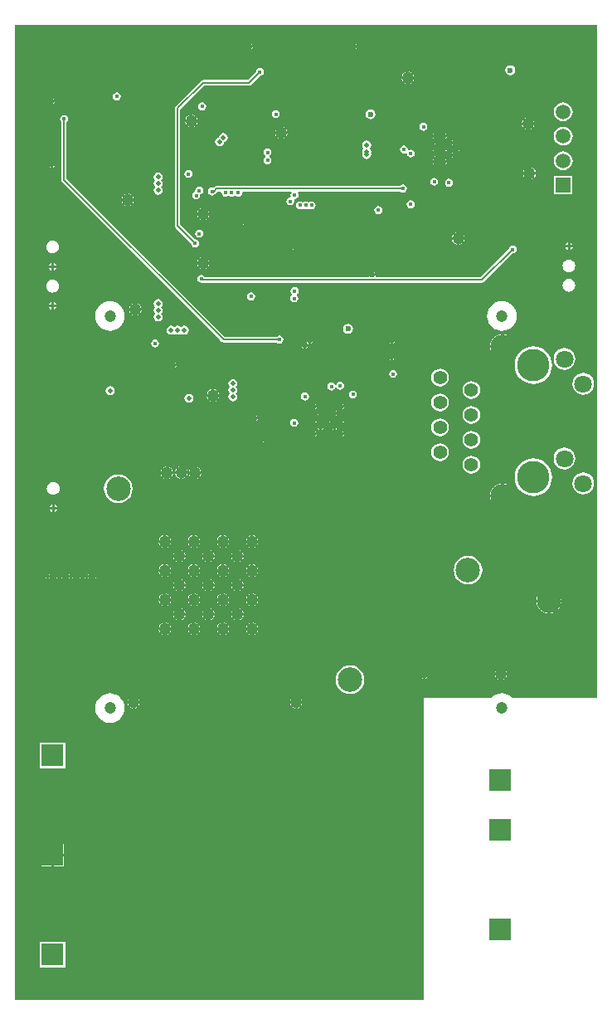
<source format=gbr>
%TF.GenerationSoftware,Altium Limited,Altium Designer,20.1.12 (249)*%
G04 Layer_Physical_Order=3*
G04 Layer_Color=16440176*
%FSLAX45Y45*%
%MOMM*%
%TF.SameCoordinates,0418086A-757F-42B6-A3B9-695331E80F4B*%
%TF.FilePolarity,Positive*%
%TF.FileFunction,Copper,L3,Inr,Signal*%
%TF.Part,Single*%
G01*
G75*
%TA.AperFunction,Conductor*%
%ADD48C,0.20000*%
%ADD49C,0.15000*%
%TA.AperFunction,ComponentPad*%
%ADD52C,1.40000*%
%TA.AperFunction,WasherPad*%
%ADD54C,1.20000*%
%TA.AperFunction,ComponentPad*%
%ADD55C,2.50000*%
%ADD56C,1.50000*%
%ADD57R,1.50000X1.50000*%
%ADD58C,3.30000*%
%ADD59C,1.80000*%
%ADD60R,2.30000X2.30000*%
%TA.AperFunction,ViaPad*%
%ADD61C,0.60000*%
%ADD62C,0.40000*%
%ADD63C,0.50000*%
%ADD64C,1.27000*%
%ADD65C,2.50000*%
G36*
X5974512Y3100000D02*
X5111978D01*
X5106579Y3106578D01*
X5083739Y3125323D01*
X5057680Y3139252D01*
X5029405Y3147829D01*
X5000000Y3150725D01*
X4970595Y3147829D01*
X4942320Y3139252D01*
X4916261Y3125323D01*
X4893421Y3106578D01*
X4888022Y3100000D01*
X4200000D01*
Y25488D01*
X25488D01*
Y9974512D01*
X5974512D01*
Y3100000D01*
D02*
G37*
%LPC*%
G36*
X3505200Y9780092D02*
Y9765198D01*
X3520095D01*
X3514129Y9774127D01*
X3505200Y9780092D01*
D02*
G37*
G36*
X3479800D02*
X3470871Y9774127D01*
X3464905Y9765198D01*
X3479800D01*
Y9780092D01*
D02*
G37*
G36*
X2440198D02*
Y9765198D01*
X2455093D01*
X2449127Y9774127D01*
X2440198Y9780092D01*
D02*
G37*
G36*
X2414798D02*
X2405869Y9774127D01*
X2399904Y9765198D01*
X2414798D01*
Y9780092D01*
D02*
G37*
G36*
X3520095Y9739798D02*
X3505200D01*
Y9724903D01*
X3514129Y9730869D01*
X3520095Y9739798D01*
D02*
G37*
G36*
X3479800D02*
X3464905D01*
X3470871Y9730869D01*
X3479800Y9724903D01*
Y9739798D01*
D02*
G37*
G36*
X2455093D02*
X2440198D01*
Y9724903D01*
X2449127Y9730869D01*
X2455093Y9739798D01*
D02*
G37*
G36*
X2414798D02*
X2399904D01*
X2405869Y9730869D01*
X2414798Y9724903D01*
Y9739798D01*
D02*
G37*
G36*
X1175202Y9655094D02*
Y9640199D01*
X1190097D01*
X1184131Y9649128D01*
X1175202Y9655094D01*
D02*
G37*
G36*
X1149802D02*
X1140873Y9649128D01*
X1134907Y9640199D01*
X1149802D01*
Y9655094D01*
D02*
G37*
G36*
X1190097Y9614799D02*
X1175202D01*
Y9599904D01*
X1184131Y9605870D01*
X1190097Y9614799D01*
D02*
G37*
G36*
X1149802D02*
X1134907D01*
X1140873Y9605870D01*
X1149802Y9599904D01*
Y9614799D01*
D02*
G37*
G36*
X5087620Y9558200D02*
X5068111Y9554319D01*
X5051572Y9543268D01*
X5040521Y9526729D01*
X5036640Y9507220D01*
X5040521Y9487711D01*
X5051572Y9471172D01*
X5068111Y9460121D01*
X5087620Y9456240D01*
X5107129Y9460121D01*
X5123668Y9471172D01*
X5134719Y9487711D01*
X5138600Y9507220D01*
X5134719Y9526729D01*
X5123668Y9543268D01*
X5107129Y9554319D01*
X5087620Y9558200D01*
D02*
G37*
G36*
X2530003Y9530782D02*
X2514395Y9527678D01*
X2501164Y9518837D01*
X2492323Y9505606D01*
X2489219Y9489999D01*
X2489407Y9489056D01*
X2408387Y9408040D01*
X1949999D01*
X1939269Y9405906D01*
X1930172Y9399828D01*
X1670173Y9139828D01*
X1664095Y9130732D01*
X1661961Y9120002D01*
Y7919999D01*
X1664095Y7909269D01*
X1670173Y7900173D01*
X1826904Y7743442D01*
X1826716Y7742499D01*
X1829820Y7726892D01*
X1838661Y7713661D01*
X1851892Y7704820D01*
X1867499Y7701716D01*
X1883107Y7704820D01*
X1896338Y7713661D01*
X1905179Y7726892D01*
X1908283Y7742499D01*
X1905179Y7758106D01*
X1896338Y7771338D01*
X1883107Y7780178D01*
X1867499Y7783283D01*
X1866556Y7783095D01*
X1718038Y7931613D01*
Y9108388D01*
X1961613Y9351963D01*
X2420000D01*
X2430730Y9354097D01*
X2439826Y9360175D01*
X2529058Y9449403D01*
X2530003Y9449215D01*
X2545610Y9452320D01*
X2558841Y9461160D01*
X2567682Y9474392D01*
X2570786Y9489999D01*
X2567682Y9505606D01*
X2558841Y9518837D01*
X2545610Y9527678D01*
X2530003Y9530782D01*
D02*
G37*
G36*
X4052702Y9492217D02*
Y9442699D01*
X4102220D01*
X4099818Y9454775D01*
X4085783Y9475780D01*
X4064779Y9489815D01*
X4052702Y9492217D01*
D02*
G37*
G36*
X4027302D02*
X4015226Y9489815D01*
X3994221Y9475780D01*
X3980186Y9454775D01*
X3977784Y9442699D01*
X4027302D01*
Y9492217D01*
D02*
G37*
G36*
X4102220Y9417299D02*
X4052702D01*
Y9367781D01*
X4064779Y9370183D01*
X4085783Y9384218D01*
X4099818Y9405222D01*
X4102220Y9417299D01*
D02*
G37*
G36*
X4027302D02*
X3977784D01*
X3980186Y9405222D01*
X3994221Y9384218D01*
X4015226Y9370183D01*
X4027302Y9367781D01*
Y9417299D01*
D02*
G37*
G36*
X416453Y9222593D02*
Y9207698D01*
X431348D01*
X425382Y9216627D01*
X416453Y9222593D01*
D02*
G37*
G36*
X391053D02*
X382124Y9216627D01*
X376159Y9207698D01*
X391053D01*
Y9222593D01*
D02*
G37*
G36*
X1070000Y9280785D02*
X1054393Y9277681D01*
X1041162Y9268840D01*
X1032321Y9255609D01*
X1029217Y9240002D01*
X1032321Y9224395D01*
X1041162Y9211163D01*
X1054393Y9202323D01*
X1070000Y9199218D01*
X1085608Y9202323D01*
X1098839Y9211163D01*
X1107680Y9224395D01*
X1110784Y9240002D01*
X1107680Y9255609D01*
X1098839Y9268840D01*
X1085608Y9277681D01*
X1070000Y9280785D01*
D02*
G37*
G36*
X431348Y9182298D02*
X416453D01*
Y9167403D01*
X425382Y9173369D01*
X431348Y9182298D01*
D02*
G37*
G36*
X391053D02*
X376159D01*
X382124Y9173369D01*
X391053Y9167403D01*
Y9182298D01*
D02*
G37*
G36*
X1940001Y9180786D02*
X1924394Y9177681D01*
X1911163Y9168840D01*
X1902322Y9155609D01*
X1899218Y9140002D01*
X1902322Y9124395D01*
X1911163Y9111164D01*
X1924394Y9102323D01*
X1940001Y9099219D01*
X1955608Y9102323D01*
X1968840Y9111164D01*
X1977680Y9124395D01*
X1980785Y9140002D01*
X1977680Y9155609D01*
X1968840Y9168840D01*
X1955608Y9177681D01*
X1940001Y9180786D01*
D02*
G37*
G36*
X2692502Y9100786D02*
X2676894Y9097681D01*
X2663663Y9088841D01*
X2654822Y9075609D01*
X2651718Y9060002D01*
X2654822Y9044395D01*
X2663663Y9031164D01*
X2676894Y9022323D01*
X2692502Y9019219D01*
X2708109Y9022323D01*
X2721340Y9031164D01*
X2730181Y9044395D01*
X2733285Y9060002D01*
X2730181Y9075609D01*
X2721340Y9088841D01*
X2708109Y9097681D01*
X2692502Y9100786D01*
D02*
G37*
G36*
X3660140Y9111160D02*
X3640631Y9107279D01*
X3624092Y9096228D01*
X3613041Y9079689D01*
X3609160Y9060180D01*
X3613041Y9040671D01*
X3624092Y9024132D01*
X3640631Y9013081D01*
X3660140Y9009200D01*
X3679649Y9013081D01*
X3696188Y9024132D01*
X3707239Y9040671D01*
X3711120Y9060180D01*
X3707239Y9079689D01*
X3696188Y9096228D01*
X3679649Y9107279D01*
X3660140Y9111160D01*
D02*
G37*
G36*
X1842699Y9052218D02*
Y9002700D01*
X1892217D01*
X1889815Y9014776D01*
X1875780Y9035781D01*
X1854775Y9049816D01*
X1842699Y9052218D01*
D02*
G37*
G36*
X1817299D02*
X1805222Y9049816D01*
X1784218Y9035781D01*
X1770183Y9014776D01*
X1767781Y9002700D01*
X1817299D01*
Y9052218D01*
D02*
G37*
G36*
X5627502Y9180820D02*
X5602702Y9177555D01*
X5579592Y9167983D01*
X5559748Y9152755D01*
X5544520Y9132911D01*
X5534948Y9109801D01*
X5531683Y9085001D01*
X5534948Y9060201D01*
X5544520Y9037091D01*
X5559748Y9017246D01*
X5579592Y9002019D01*
X5602702Y8992446D01*
X5627502Y8989181D01*
X5652302Y8992446D01*
X5675412Y9002019D01*
X5695257Y9017246D01*
X5710484Y9037091D01*
X5720057Y9060201D01*
X5723322Y9085001D01*
X5720057Y9109801D01*
X5710484Y9132911D01*
X5695257Y9152755D01*
X5675412Y9167983D01*
X5652302Y9177555D01*
X5627502Y9180820D01*
D02*
G37*
G36*
X5280198Y9024720D02*
Y8975202D01*
X5329716D01*
X5327313Y8987278D01*
X5313279Y9008283D01*
X5292274Y9022317D01*
X5280198Y9024720D01*
D02*
G37*
G36*
X5254798D02*
X5242721Y9022317D01*
X5221717Y9008283D01*
X5207682Y8987278D01*
X5205280Y8975202D01*
X5254798D01*
Y9024720D01*
D02*
G37*
G36*
X1892217Y8977300D02*
X1842699D01*
Y8927782D01*
X1854775Y8930184D01*
X1875780Y8944219D01*
X1889815Y8965223D01*
X1892217Y8977300D01*
D02*
G37*
G36*
X1817299D02*
X1767781D01*
X1770183Y8965223D01*
X1784218Y8944219D01*
X1805222Y8930184D01*
X1817299Y8927782D01*
Y8977300D01*
D02*
G37*
G36*
X5329716Y8949802D02*
X5280198D01*
Y8900284D01*
X5292274Y8902686D01*
X5313279Y8916721D01*
X5327313Y8937725D01*
X5329716Y8949802D01*
D02*
G37*
G36*
X5254798D02*
X5205280D01*
X5207682Y8937725D01*
X5221717Y8916721D01*
X5242721Y8902686D01*
X5254798Y8900284D01*
Y8949802D01*
D02*
G37*
G36*
X4200002Y8970783D02*
X4184394Y8967679D01*
X4171163Y8958838D01*
X4162323Y8945607D01*
X4159218Y8930000D01*
X4162323Y8914393D01*
X4171163Y8901162D01*
X4184394Y8892321D01*
X4200002Y8889216D01*
X4215609Y8892321D01*
X4228840Y8901162D01*
X4237681Y8914393D01*
X4240785Y8930000D01*
X4237681Y8945607D01*
X4228840Y8958838D01*
X4215609Y8967679D01*
X4200002Y8970783D01*
D02*
G37*
G36*
X2762702Y8932218D02*
Y8882700D01*
X2812220D01*
X2809818Y8894776D01*
X2795783Y8915781D01*
X2774779Y8929816D01*
X2762702Y8932218D01*
D02*
G37*
G36*
X2737302D02*
X2725226Y8929816D01*
X2704221Y8915781D01*
X2690186Y8894776D01*
X2687784Y8882700D01*
X2737302D01*
Y8932218D01*
D02*
G37*
G36*
X4552701Y8865098D02*
Y8850203D01*
X4567596D01*
X4561630Y8859132D01*
X4552701Y8865098D01*
D02*
G37*
G36*
X4527301D02*
X4518372Y8859132D01*
X4512406Y8850203D01*
X4527301D01*
Y8865098D01*
D02*
G37*
G36*
X4422699D02*
Y8850203D01*
X4437594D01*
X4431628Y8859132D01*
X4422699Y8865098D01*
D02*
G37*
G36*
X4397299D02*
X4388370Y8859132D01*
X4382404Y8850203D01*
X4397299D01*
Y8865098D01*
D02*
G37*
G36*
X4292697D02*
Y8850203D01*
X4307591D01*
X4301625Y8859132D01*
X4292697Y8865098D01*
D02*
G37*
G36*
X4267297D02*
X4258368Y8859132D01*
X4252402Y8850203D01*
X4267297D01*
Y8865098D01*
D02*
G37*
G36*
X4567596Y8824803D02*
X4552701D01*
Y8809908D01*
X4561630Y8815874D01*
X4567596Y8824803D01*
D02*
G37*
G36*
X4527301D02*
X4512406D01*
X4518372Y8815874D01*
X4527301Y8809908D01*
Y8824803D01*
D02*
G37*
G36*
X4437594D02*
X4422699D01*
Y8809908D01*
X4431628Y8815874D01*
X4437594Y8824803D01*
D02*
G37*
G36*
X4397299D02*
X4382404D01*
X4388370Y8815874D01*
X4397299Y8809908D01*
Y8824803D01*
D02*
G37*
G36*
X4307591D02*
X4292697D01*
Y8809908D01*
X4301625Y8815874D01*
X4307591Y8824803D01*
D02*
G37*
G36*
X4267297D02*
X4252402D01*
X4258368Y8815874D01*
X4267297Y8809908D01*
Y8824803D01*
D02*
G37*
G36*
X2812220Y8857300D02*
X2762702D01*
Y8807782D01*
X2774779Y8810184D01*
X2795783Y8824219D01*
X2809818Y8845224D01*
X2812220Y8857300D01*
D02*
G37*
G36*
X2737302D02*
X2687784D01*
X2690186Y8845224D01*
X2704221Y8824219D01*
X2725226Y8810184D01*
X2737302Y8807782D01*
Y8857300D01*
D02*
G37*
G36*
X4357695Y8800099D02*
Y8785205D01*
X4372590D01*
X4366624Y8794134D01*
X4357695Y8800099D01*
D02*
G37*
G36*
X4332295D02*
X4323366Y8794134D01*
X4317400Y8785205D01*
X4332295D01*
Y8800099D01*
D02*
G37*
G36*
X4487702Y8800094D02*
Y8785200D01*
X4502597D01*
X4496631Y8794128D01*
X4487702Y8800094D01*
D02*
G37*
G36*
X4462302D02*
X4453374Y8794128D01*
X4447408Y8785200D01*
X4462302D01*
Y8800094D01*
D02*
G37*
G36*
X4372590Y8759805D02*
X4357695D01*
Y8744910D01*
X4366624Y8750876D01*
X4372590Y8759805D01*
D02*
G37*
G36*
X4332295D02*
X4317400D01*
X4323366Y8750876D01*
X4332295Y8744910D01*
Y8759805D01*
D02*
G37*
G36*
X4502597Y8759800D02*
X4487702D01*
Y8744905D01*
X4496631Y8750871D01*
X4502597Y8759800D01*
D02*
G37*
G36*
X4462302D02*
X4447408D01*
X4453374Y8750871D01*
X4462302Y8744905D01*
Y8759800D01*
D02*
G37*
G36*
X5627502Y8930818D02*
X5602702Y8927553D01*
X5579592Y8917981D01*
X5559748Y8902753D01*
X5544520Y8882909D01*
X5534948Y8859799D01*
X5531683Y8834999D01*
X5534948Y8810199D01*
X5544520Y8787089D01*
X5559748Y8767244D01*
X5579592Y8752017D01*
X5602702Y8742444D01*
X5627502Y8739179D01*
X5652302Y8742444D01*
X5675412Y8752017D01*
X5695257Y8767244D01*
X5710484Y8787089D01*
X5720057Y8810199D01*
X5723322Y8834999D01*
X5720057Y8859799D01*
X5710484Y8882909D01*
X5695257Y8902753D01*
X5675412Y8917981D01*
X5652302Y8927553D01*
X5627502Y8930818D01*
D02*
G37*
G36*
X2157486Y8865869D02*
X2139928Y8862376D01*
X2125043Y8852431D01*
X2115097Y8837545D01*
X2112064Y8822298D01*
X2099943Y8819887D01*
X2085058Y8809941D01*
X2075112Y8795056D01*
X2071620Y8777498D01*
X2075112Y8759940D01*
X2085058Y8745055D01*
X2099943Y8735109D01*
X2117501Y8731617D01*
X2135059Y8735109D01*
X2149945Y8745055D01*
X2159891Y8759940D01*
X2162923Y8775187D01*
X2175044Y8777598D01*
X2189929Y8787544D01*
X2199875Y8802429D01*
X2203368Y8819987D01*
X2199875Y8837545D01*
X2189929Y8852431D01*
X2175044Y8862376D01*
X2157486Y8865869D01*
D02*
G37*
G36*
X4552701Y8735096D02*
Y8720201D01*
X4567596D01*
X4561630Y8729130D01*
X4552701Y8735096D01*
D02*
G37*
G36*
X4527301D02*
X4518372Y8729130D01*
X4512406Y8720201D01*
X4527301D01*
Y8735096D01*
D02*
G37*
G36*
X4422699D02*
Y8720201D01*
X4437594D01*
X4431628Y8729130D01*
X4422699Y8735096D01*
D02*
G37*
G36*
X4397299D02*
X4388370Y8729130D01*
X4382404Y8720201D01*
X4397299D01*
Y8735096D01*
D02*
G37*
G36*
X4292697D02*
Y8720201D01*
X4307591D01*
X4301625Y8729130D01*
X4292697Y8735096D01*
D02*
G37*
G36*
X4267297D02*
X4258368Y8729130D01*
X4252402Y8720201D01*
X4267297D01*
Y8735096D01*
D02*
G37*
G36*
X4567596Y8694801D02*
X4552701D01*
Y8679906D01*
X4561630Y8685872D01*
X4567596Y8694801D01*
D02*
G37*
G36*
X4527301D02*
X4512406D01*
X4518372Y8685872D01*
X4527301Y8679906D01*
Y8694801D01*
D02*
G37*
G36*
X4437594D02*
X4422699D01*
Y8679906D01*
X4431628Y8685872D01*
X4437594Y8694801D01*
D02*
G37*
G36*
X4397299D02*
X4382404D01*
X4388370Y8685872D01*
X4397299Y8679906D01*
Y8694801D01*
D02*
G37*
G36*
X4307591D02*
X4292697D01*
Y8679906D01*
X4301625Y8685872D01*
X4307591Y8694801D01*
D02*
G37*
G36*
X4267297D02*
X4252402D01*
X4258368Y8685872D01*
X4267297Y8679906D01*
Y8694801D01*
D02*
G37*
G36*
X4487702Y8670092D02*
Y8655197D01*
X4502597D01*
X4496631Y8664126D01*
X4487702Y8670092D01*
D02*
G37*
G36*
X4462302D02*
X4453374Y8664126D01*
X4447408Y8655197D01*
X4462302D01*
Y8670092D01*
D02*
G37*
G36*
X4357700D02*
Y8655197D01*
X4372595D01*
X4366629Y8664126D01*
X4357700Y8670092D01*
D02*
G37*
G36*
X4332300D02*
X4323371Y8664126D01*
X4317405Y8655197D01*
X4332300D01*
Y8670092D01*
D02*
G37*
G36*
X4000002Y8740781D02*
X3984395Y8737677D01*
X3971164Y8728836D01*
X3962323Y8715605D01*
X3959219Y8699998D01*
X3962323Y8684391D01*
X3971164Y8671159D01*
X3984395Y8662319D01*
X4000002Y8659214D01*
X4015609Y8662319D01*
X4019415Y8664861D01*
X4031035Y8658179D01*
X4034139Y8642572D01*
X4042980Y8629341D01*
X4056211Y8620500D01*
X4071818Y8617396D01*
X4087425Y8620500D01*
X4100657Y8629341D01*
X4109497Y8642572D01*
X4112602Y8658179D01*
X4109497Y8673787D01*
X4100657Y8687018D01*
X4087425Y8695858D01*
X4071818Y8698963D01*
X4056211Y8695858D01*
X4052405Y8693316D01*
X4040786Y8699998D01*
X4037681Y8715605D01*
X4028841Y8728836D01*
X4015609Y8737677D01*
X4000002Y8740781D01*
D02*
G37*
G36*
X4502597Y8629797D02*
X4487702D01*
Y8614903D01*
X4496631Y8620868D01*
X4502597Y8629797D01*
D02*
G37*
G36*
X4462302D02*
X4447408D01*
X4453374Y8620868D01*
X4462302Y8614903D01*
Y8629797D01*
D02*
G37*
G36*
X4372595D02*
X4357700D01*
Y8614903D01*
X4366629Y8620868D01*
X4372595Y8629797D01*
D02*
G37*
G36*
X4332300D02*
X4317405D01*
X4323371Y8620868D01*
X4332300Y8614903D01*
Y8629797D01*
D02*
G37*
G36*
X3619998Y8790883D02*
X3602440Y8787391D01*
X3587555Y8777445D01*
X3577609Y8762560D01*
X3574116Y8745002D01*
X3577609Y8727444D01*
X3587555Y8712559D01*
Y8709941D01*
X3577609Y8695057D01*
X3574116Y8677499D01*
X3577100Y8662500D01*
X3574116Y8647501D01*
X3577609Y8629943D01*
X3587555Y8615058D01*
X3602440Y8605112D01*
X3619998Y8601620D01*
X3637556Y8605112D01*
X3652441Y8615058D01*
X3662387Y8629943D01*
X3665879Y8647501D01*
X3662896Y8662500D01*
X3665879Y8677499D01*
X3662387Y8695057D01*
X3652441Y8709941D01*
Y8712559D01*
X3662387Y8727444D01*
X3665879Y8745002D01*
X3662387Y8762560D01*
X3652441Y8777445D01*
X3637556Y8787391D01*
X3619998Y8790883D01*
D02*
G37*
G36*
X4552706Y8605094D02*
Y8590199D01*
X4567601D01*
X4561635Y8599128D01*
X4552706Y8605094D01*
D02*
G37*
G36*
X4527306D02*
X4518377Y8599128D01*
X4512411Y8590199D01*
X4527306D01*
Y8605094D01*
D02*
G37*
G36*
X4422704D02*
Y8590199D01*
X4437599D01*
X4431633Y8599128D01*
X4422704Y8605094D01*
D02*
G37*
G36*
X4397304D02*
X4388375Y8599128D01*
X4382409Y8590199D01*
X4397304D01*
Y8605094D01*
D02*
G37*
G36*
X4292697D02*
Y8590199D01*
X4307591D01*
X4301625Y8599128D01*
X4292697Y8605094D01*
D02*
G37*
G36*
X4267297D02*
X4258368Y8599128D01*
X4252402Y8590199D01*
X4267297D01*
Y8605094D01*
D02*
G37*
G36*
X416453Y8572597D02*
Y8557702D01*
X431348D01*
X425382Y8566631D01*
X416453Y8572597D01*
D02*
G37*
G36*
X391053D02*
X382124Y8566631D01*
X376159Y8557702D01*
X391053D01*
Y8572597D01*
D02*
G37*
G36*
X4567601Y8564799D02*
X4552706D01*
Y8549904D01*
X4561635Y8555870D01*
X4567601Y8564799D01*
D02*
G37*
G36*
X4527306D02*
X4512411D01*
X4518377Y8555870D01*
X4527306Y8549904D01*
Y8564799D01*
D02*
G37*
G36*
X4437599D02*
X4422704D01*
Y8549904D01*
X4431633Y8555870D01*
X4437599Y8564799D01*
D02*
G37*
G36*
X4397304D02*
X4382409D01*
X4388375Y8555870D01*
X4397304Y8549904D01*
Y8564799D01*
D02*
G37*
G36*
X4307591D02*
X4292697D01*
Y8549904D01*
X4301625Y8555870D01*
X4307591Y8564799D01*
D02*
G37*
G36*
X4267297D02*
X4252402D01*
X4258368Y8555870D01*
X4267297Y8549904D01*
Y8564799D01*
D02*
G37*
G36*
X2607498Y8710784D02*
X2591891Y8707680D01*
X2578660Y8698839D01*
X2569819Y8685608D01*
X2566714Y8670000D01*
X2569819Y8654393D01*
X2578660Y8641162D01*
X2583934Y8637638D01*
Y8622363D01*
X2578660Y8618839D01*
X2569819Y8605608D01*
X2566714Y8590001D01*
X2569819Y8574393D01*
X2578660Y8561162D01*
X2591891Y8552321D01*
X2607498Y8549217D01*
X2623105Y8552321D01*
X2636336Y8561162D01*
X2645177Y8574393D01*
X2648281Y8590001D01*
X2645177Y8605608D01*
X2636336Y8618839D01*
X2631062Y8622363D01*
Y8637638D01*
X2636336Y8641162D01*
X2645177Y8654393D01*
X2648281Y8670000D01*
X2645177Y8685608D01*
X2636336Y8698839D01*
X2623105Y8707680D01*
X2607498Y8710784D01*
D02*
G37*
G36*
X431348Y8532302D02*
X416453D01*
Y8517407D01*
X425382Y8523373D01*
X431348Y8532302D01*
D02*
G37*
G36*
X391053D02*
X376159D01*
X382124Y8523373D01*
X391053Y8517407D01*
Y8532302D01*
D02*
G37*
G36*
X5627502Y8680821D02*
X5602702Y8677556D01*
X5579592Y8667984D01*
X5559748Y8652756D01*
X5544520Y8632912D01*
X5534948Y8609802D01*
X5531683Y8585002D01*
X5534948Y8560202D01*
X5544520Y8537092D01*
X5559748Y8517247D01*
X5579592Y8502020D01*
X5602702Y8492447D01*
X5627502Y8489182D01*
X5652302Y8492447D01*
X5675412Y8502020D01*
X5695257Y8517247D01*
X5710484Y8537092D01*
X5720057Y8560202D01*
X5723322Y8585002D01*
X5720057Y8609802D01*
X5710484Y8632912D01*
X5695257Y8652756D01*
X5675412Y8667984D01*
X5652302Y8677556D01*
X5627502Y8680821D01*
D02*
G37*
G36*
X5295199Y8519717D02*
Y8470199D01*
X5344717D01*
X5342315Y8482275D01*
X5328280Y8503280D01*
X5307275Y8517315D01*
X5295199Y8519717D01*
D02*
G37*
G36*
X5269799D02*
X5257723Y8517315D01*
X5236718Y8503280D01*
X5222683Y8482275D01*
X5220281Y8470199D01*
X5269799D01*
Y8519717D01*
D02*
G37*
G36*
X1800001Y8490784D02*
X1784394Y8487680D01*
X1771163Y8478839D01*
X1762322Y8465608D01*
X1759218Y8450001D01*
X1762322Y8434394D01*
X1771163Y8421162D01*
X1784394Y8412322D01*
X1800001Y8409217D01*
X1815609Y8412322D01*
X1828840Y8421162D01*
X1837681Y8434394D01*
X1840785Y8450001D01*
X1837681Y8465608D01*
X1828840Y8478839D01*
X1815609Y8487680D01*
X1800001Y8490784D01*
D02*
G37*
G36*
X5344717Y8444799D02*
X5295199D01*
Y8395281D01*
X5307275Y8397683D01*
X5328280Y8411718D01*
X5342315Y8432723D01*
X5344717Y8444799D01*
D02*
G37*
G36*
X5269799D02*
X5220281D01*
X5222683Y8432723D01*
X5236718Y8411718D01*
X5257723Y8397683D01*
X5269799Y8395281D01*
Y8444799D01*
D02*
G37*
G36*
X4309999Y8410785D02*
X4294392Y8407680D01*
X4281161Y8398839D01*
X4272320Y8385608D01*
X4269215Y8370001D01*
X4272320Y8354394D01*
X4281161Y8341163D01*
X4294392Y8332322D01*
X4309999Y8329218D01*
X4325606Y8332322D01*
X4338837Y8341163D01*
X4347678Y8354394D01*
X4350783Y8370001D01*
X4347678Y8385608D01*
X4338837Y8398839D01*
X4325606Y8407680D01*
X4309999Y8410785D01*
D02*
G37*
G36*
X4460001Y8400782D02*
X4444394Y8397678D01*
X4431163Y8388837D01*
X4422322Y8375606D01*
X4419218Y8359999D01*
X4422322Y8344391D01*
X4431163Y8331160D01*
X4444394Y8322319D01*
X4460001Y8319215D01*
X4475609Y8322319D01*
X4488840Y8331160D01*
X4497680Y8344391D01*
X4500785Y8359999D01*
X4497680Y8375606D01*
X4488840Y8388837D01*
X4475609Y8397678D01*
X4460001Y8400782D01*
D02*
G37*
G36*
X3990000Y8340782D02*
X3974392Y8337678D01*
X3961161Y8328837D01*
X3960627Y8328037D01*
X2089998D01*
X2079269Y8325903D01*
X2070172Y8319825D01*
X2057059Y8306711D01*
X2055608Y8307680D01*
X2040001Y8310785D01*
X2024394Y8307680D01*
X2011163Y8298840D01*
X2002322Y8285609D01*
X1999217Y8270001D01*
X2002322Y8254394D01*
X2011163Y8241163D01*
X2024394Y8232322D01*
X2040001Y8229218D01*
X2055608Y8232322D01*
X2068839Y8241163D01*
X2070856Y8244180D01*
X2079827Y8250175D01*
X2101612Y8271960D01*
X2132084D01*
X2140141Y8262143D01*
X2139217Y8257499D01*
X2142322Y8241892D01*
X2151162Y8228661D01*
X2164393Y8219820D01*
X2180001Y8216716D01*
X2195608Y8219820D01*
X2199885Y8222678D01*
X2210001Y8228045D01*
X2220116Y8222678D01*
X2224393Y8219820D01*
X2240001Y8216716D01*
X2255608Y8219820D01*
X2266797Y8227296D01*
X2274999Y8228555D01*
X2283202Y8227296D01*
X2294391Y8219820D01*
X2309998Y8216716D01*
X2325605Y8219820D01*
X2338836Y8228661D01*
X2347677Y8241892D01*
X2350781Y8257499D01*
X2349858Y8262143D01*
X2357915Y8271960D01*
X2847200D01*
X2853106Y8259260D01*
X2847324Y8250607D01*
X2844220Y8235000D01*
X2846727Y8222396D01*
X2841982Y8214207D01*
X2838059Y8210399D01*
X2824392Y8207681D01*
X2811161Y8198840D01*
X2802320Y8185609D01*
X2799216Y8170001D01*
X2802320Y8154394D01*
X2811161Y8141163D01*
X2824392Y8132322D01*
X2839999Y8129218D01*
X2855607Y8132322D01*
X2868838Y8141163D01*
X2877679Y8154394D01*
X2880783Y8170001D01*
X2878276Y8182606D01*
X2883020Y8190794D01*
X2886943Y8194602D01*
X2900610Y8197321D01*
X2913842Y8206162D01*
X2922682Y8219393D01*
X2925787Y8235000D01*
X2922682Y8250607D01*
X2916901Y8259260D01*
X2922806Y8271960D01*
X3960627D01*
X3961161Y8271160D01*
X3974392Y8262320D01*
X3990000Y8259215D01*
X4005607Y8262320D01*
X4018838Y8271160D01*
X4027679Y8284391D01*
X4030783Y8299999D01*
X4027679Y8315606D01*
X4018838Y8328837D01*
X4005607Y8337678D01*
X3990000Y8340782D01*
D02*
G37*
G36*
X5722502Y8430000D02*
X5532502D01*
Y8240000D01*
X5722502D01*
Y8430000D01*
D02*
G37*
G36*
X1490000Y8463381D02*
X1472442Y8459888D01*
X1457556Y8449942D01*
X1447611Y8435057D01*
X1444118Y8417499D01*
X1447611Y8399941D01*
X1451707Y8393810D01*
X1456884Y8383750D01*
X1451707Y8373690D01*
X1447611Y8367559D01*
X1444118Y8350001D01*
X1447611Y8332443D01*
X1457556Y8317558D01*
Y8314941D01*
X1447611Y8300056D01*
X1444118Y8282498D01*
X1447611Y8264940D01*
X1457556Y8250055D01*
X1472442Y8240109D01*
X1490000Y8236616D01*
X1507558Y8240109D01*
X1522443Y8250055D01*
X1532389Y8264940D01*
X1535881Y8282498D01*
X1532389Y8300056D01*
X1522443Y8314941D01*
Y8317558D01*
X1532389Y8332443D01*
X1535881Y8350001D01*
X1532389Y8367559D01*
X1528292Y8373690D01*
X1523115Y8383750D01*
X1528292Y8393810D01*
X1532389Y8399941D01*
X1535881Y8417499D01*
X1532389Y8435057D01*
X1522443Y8449942D01*
X1507558Y8459888D01*
X1490000Y8463381D01*
D02*
G37*
G36*
X1192698Y8249522D02*
Y8200004D01*
X1242215D01*
X1239813Y8212080D01*
X1225779Y8233085D01*
X1204774Y8247120D01*
X1192698Y8249522D01*
D02*
G37*
G36*
X1167298D02*
X1155221Y8247120D01*
X1134217Y8233085D01*
X1120182Y8212080D01*
X1117780Y8200004D01*
X1167298D01*
Y8249522D01*
D02*
G37*
G36*
X1909999Y8320782D02*
X1894391Y8317678D01*
X1881160Y8308837D01*
X1872320Y8295606D01*
X1869215Y8279999D01*
X1871389Y8269072D01*
X1864394Y8267680D01*
X1851163Y8258840D01*
X1842322Y8245609D01*
X1839218Y8230001D01*
X1842322Y8214394D01*
X1851163Y8201163D01*
X1864394Y8192322D01*
X1880001Y8189218D01*
X1895609Y8192322D01*
X1908840Y8201163D01*
X1917680Y8214394D01*
X1920785Y8230001D01*
X1918611Y8240928D01*
X1925606Y8242320D01*
X1938837Y8251160D01*
X1947678Y8264391D01*
X1950782Y8279999D01*
X1947678Y8295606D01*
X1938837Y8308837D01*
X1925606Y8317678D01*
X1909999Y8320782D01*
D02*
G37*
G36*
X3059999Y8170785D02*
X3044392Y8167681D01*
X3040114Y8164823D01*
X3029999Y8159456D01*
X3019884Y8164823D01*
X3015606Y8167681D01*
X2999999Y8170785D01*
X2984392Y8167681D01*
X2980114Y8164823D01*
X2969999Y8159456D01*
X2959884Y8164823D01*
X2955606Y8167681D01*
X2939999Y8170785D01*
X2924392Y8167681D01*
X2911161Y8158840D01*
X2902320Y8145609D01*
X2899216Y8130002D01*
X2902320Y8114394D01*
X2911161Y8101163D01*
X2924392Y8092322D01*
X2939999Y8089218D01*
X2955606Y8092322D01*
X2959884Y8095180D01*
X2969999Y8100547D01*
X2980114Y8095180D01*
X2984392Y8092322D01*
X2999999Y8089218D01*
X3015606Y8092322D01*
X3019884Y8095180D01*
X3029999Y8100547D01*
X3040114Y8095180D01*
X3044392Y8092322D01*
X3059999Y8089218D01*
X3075606Y8092322D01*
X3088837Y8101163D01*
X3097678Y8114394D01*
X3100782Y8130002D01*
X3097678Y8145609D01*
X3088837Y8158840D01*
X3075606Y8167681D01*
X3059999Y8170785D01*
D02*
G37*
G36*
X1242215Y8174604D02*
X1192698D01*
Y8125086D01*
X1204774Y8127488D01*
X1225779Y8141523D01*
X1239813Y8162527D01*
X1242215Y8174604D01*
D02*
G37*
G36*
X1167298D02*
X1117780D01*
X1120182Y8162527D01*
X1134217Y8141523D01*
X1155221Y8127488D01*
X1167298Y8125086D01*
Y8174604D01*
D02*
G37*
G36*
X4069999Y8180782D02*
X4054392Y8177678D01*
X4041161Y8168837D01*
X4032320Y8155606D01*
X4029216Y8139999D01*
X4032320Y8124392D01*
X4041161Y8111161D01*
X4054392Y8102320D01*
X4069999Y8099215D01*
X4085607Y8102320D01*
X4098838Y8111161D01*
X4107679Y8124392D01*
X4110783Y8139999D01*
X4107679Y8155606D01*
X4098838Y8168837D01*
X4085607Y8177678D01*
X4069999Y8180782D01*
D02*
G37*
G36*
X1962699Y8102217D02*
Y8052699D01*
X2012216D01*
X2009814Y8064776D01*
X1995780Y8085780D01*
X1974775Y8099815D01*
X1962699Y8102217D01*
D02*
G37*
G36*
X1937299D02*
X1925222Y8099815D01*
X1904218Y8085780D01*
X1890183Y8064776D01*
X1887781Y8052699D01*
X1937299D01*
Y8102217D01*
D02*
G37*
G36*
X3739998Y8120783D02*
X3724390Y8117678D01*
X3711159Y8108837D01*
X3702318Y8095606D01*
X3699214Y8079999D01*
X3702318Y8064392D01*
X3711159Y8051161D01*
X3724390Y8042320D01*
X3739998Y8039216D01*
X3755605Y8042320D01*
X3768836Y8051161D01*
X3777677Y8064392D01*
X3780781Y8079999D01*
X3777677Y8095606D01*
X3768836Y8108837D01*
X3755605Y8117678D01*
X3739998Y8120783D01*
D02*
G37*
G36*
X2012216Y8027299D02*
X1962699D01*
Y7977781D01*
X1974775Y7980183D01*
X1995780Y7994218D01*
X2009814Y8015223D01*
X2012216Y8027299D01*
D02*
G37*
G36*
X1937299D02*
X1887781D01*
X1890183Y8015223D01*
X1904218Y7994218D01*
X1925222Y7980183D01*
X1937299Y7977781D01*
Y8027299D01*
D02*
G37*
G36*
X2400198Y7977597D02*
Y7962702D01*
X2415093D01*
X2409127Y7971631D01*
X2400198Y7977597D01*
D02*
G37*
G36*
X2374798D02*
X2365870Y7971631D01*
X2359904Y7962702D01*
X2374798D01*
Y7977597D01*
D02*
G37*
G36*
X2415093Y7937302D02*
X2400198D01*
Y7922407D01*
X2409127Y7928373D01*
X2415093Y7937302D01*
D02*
G37*
G36*
X2374798D02*
X2359904D01*
X2365870Y7928373D01*
X2374798Y7922407D01*
Y7937302D01*
D02*
G37*
G36*
X4567702Y7854719D02*
Y7805202D01*
X4617220D01*
X4614818Y7817278D01*
X4600783Y7838283D01*
X4579779Y7852317D01*
X4567702Y7854719D01*
D02*
G37*
G36*
X4542302D02*
X4530226Y7852317D01*
X4509221Y7838283D01*
X4495187Y7817278D01*
X4492785Y7805202D01*
X4542302D01*
Y7854719D01*
D02*
G37*
G36*
X1909999Y7880783D02*
X1894391Y7877679D01*
X1881160Y7868838D01*
X1872320Y7855607D01*
X1869215Y7840000D01*
X1872320Y7824392D01*
X1881160Y7811161D01*
X1894391Y7802320D01*
X1909999Y7799216D01*
X1925606Y7802320D01*
X1938837Y7811161D01*
X1947678Y7824392D01*
X1950782Y7840000D01*
X1947678Y7855607D01*
X1938837Y7868838D01*
X1925606Y7877679D01*
X1909999Y7880783D01*
D02*
G37*
G36*
X4617220Y7779802D02*
X4567702D01*
Y7730284D01*
X4579779Y7732686D01*
X4600783Y7746721D01*
X4614818Y7767725D01*
X4617220Y7779802D01*
D02*
G37*
G36*
X4542302D02*
X4492785D01*
X4495187Y7767725D01*
X4509221Y7746721D01*
X4530226Y7732686D01*
X4542302Y7730284D01*
Y7779802D01*
D02*
G37*
G36*
X5697703Y7750759D02*
Y7725202D01*
X5723260D01*
X5722682Y7728109D01*
X5713841Y7741340D01*
X5700610Y7750181D01*
X5697703Y7750759D01*
D02*
G37*
G36*
X5672303D02*
X5669395Y7750181D01*
X5656164Y7741340D01*
X5647323Y7728109D01*
X5646745Y7725202D01*
X5672303D01*
Y7750759D01*
D02*
G37*
G36*
X2862702Y7727595D02*
Y7712700D01*
X2877597D01*
X2871631Y7721629D01*
X2862702Y7727595D01*
D02*
G37*
G36*
X2837302D02*
X2828373Y7721629D01*
X2822407Y7712700D01*
X2837302D01*
Y7727595D01*
D02*
G37*
G36*
X5723260Y7699802D02*
X5697703D01*
Y7674244D01*
X5700610Y7674823D01*
X5713841Y7683663D01*
X5722682Y7696894D01*
X5723260Y7699802D01*
D02*
G37*
G36*
X5672303D02*
X5646745D01*
X5647323Y7696894D01*
X5656164Y7683663D01*
X5669395Y7674823D01*
X5672303Y7674244D01*
Y7699802D01*
D02*
G37*
G36*
X2877597Y7687300D02*
X2862702D01*
Y7672405D01*
X2871631Y7678371D01*
X2877597Y7687300D01*
D02*
G37*
G36*
X2837302D02*
X2822407D01*
X2828373Y7678371D01*
X2837302Y7672405D01*
Y7687300D01*
D02*
G37*
G36*
X412501Y7770559D02*
X395533Y7768325D01*
X379721Y7761776D01*
X366143Y7751357D01*
X355724Y7737779D01*
X349174Y7721967D01*
X346940Y7704999D01*
X349174Y7688030D01*
X355724Y7672218D01*
X366143Y7658640D01*
X379721Y7648221D01*
X395533Y7641672D01*
X412501Y7639438D01*
X429470Y7641672D01*
X445281Y7648221D01*
X458859Y7658640D01*
X469278Y7672218D01*
X475828Y7688030D01*
X478062Y7704999D01*
X475828Y7721967D01*
X469278Y7737779D01*
X458859Y7751357D01*
X445281Y7761776D01*
X429470Y7768325D01*
X412501Y7770559D01*
D02*
G37*
G36*
X1962699Y7602218D02*
Y7552700D01*
X2012216D01*
X2009814Y7564777D01*
X1995780Y7585781D01*
X1974775Y7599816D01*
X1962699Y7602218D01*
D02*
G37*
G36*
X1937299D02*
X1925222Y7599816D01*
X1904218Y7585781D01*
X1890183Y7564777D01*
X1887781Y7552700D01*
X1937299D01*
Y7602218D01*
D02*
G37*
G36*
X425201Y7543256D02*
Y7517699D01*
X450759D01*
X450180Y7520606D01*
X441339Y7533837D01*
X428108Y7542678D01*
X425201Y7543256D01*
D02*
G37*
G36*
X399801D02*
X396894Y7542678D01*
X383663Y7533837D01*
X374822Y7520606D01*
X374244Y7517699D01*
X399801D01*
Y7543256D01*
D02*
G37*
G36*
X2012216Y7527300D02*
X1962699D01*
Y7477782D01*
X1974775Y7480184D01*
X1995780Y7494219D01*
X2009814Y7515224D01*
X2012216Y7527300D01*
D02*
G37*
G36*
X1937299D02*
X1887781D01*
X1890183Y7515224D01*
X1904218Y7494219D01*
X1925222Y7480184D01*
X1937299Y7477782D01*
Y7527300D01*
D02*
G37*
G36*
X450759Y7492299D02*
X425201D01*
Y7466741D01*
X428108Y7467320D01*
X441339Y7476161D01*
X450180Y7489392D01*
X450759Y7492299D01*
D02*
G37*
G36*
X399801D02*
X374244D01*
X374822Y7489392D01*
X383663Y7476161D01*
X396894Y7467320D01*
X399801Y7466741D01*
Y7492299D01*
D02*
G37*
G36*
X5685003Y7578063D02*
X5668034Y7575829D01*
X5652222Y7569279D01*
X5638644Y7558860D01*
X5628225Y7545282D01*
X5621676Y7529471D01*
X5619442Y7512502D01*
X5621676Y7495534D01*
X5628225Y7479722D01*
X5638644Y7466144D01*
X5652222Y7455725D01*
X5668034Y7449175D01*
X5685003Y7446941D01*
X5701971Y7449175D01*
X5717783Y7455725D01*
X5731361Y7466144D01*
X5741780Y7479722D01*
X5748329Y7495534D01*
X5750563Y7512502D01*
X5748329Y7529471D01*
X5741780Y7545282D01*
X5731361Y7558860D01*
X5717783Y7569279D01*
X5701971Y7575829D01*
X5685003Y7578063D01*
D02*
G37*
G36*
X3692698Y7452594D02*
Y7437699D01*
X3707593D01*
X3701627Y7446628D01*
X3692698Y7452594D01*
D02*
G37*
G36*
X3667298D02*
X3658369Y7446628D01*
X3652403Y7437699D01*
X3667298D01*
Y7452594D01*
D02*
G37*
G36*
X5110002Y7720783D02*
X5094395Y7717679D01*
X5081164Y7708838D01*
X5072323Y7695607D01*
X5069833Y7683088D01*
X4787331Y7400586D01*
X3715040D01*
X3708779Y7412299D01*
X3651216D01*
X3644955Y7400586D01*
X1967207D01*
X1961692Y7408839D01*
X1948461Y7417680D01*
X1932854Y7420784D01*
X1917246Y7417680D01*
X1904015Y7408839D01*
X1895175Y7395608D01*
X1892070Y7380000D01*
X1895175Y7364393D01*
X1904015Y7351162D01*
X1917246Y7342321D01*
X1932854Y7339217D01*
X1938337Y7340308D01*
X1942843Y7339410D01*
X1942848Y7339411D01*
X1942851Y7339410D01*
X4799999D01*
X4800001Y7339410D01*
X4811706Y7341739D01*
X4821629Y7348369D01*
X5113091Y7639831D01*
X5125610Y7642321D01*
X5138841Y7651161D01*
X5147682Y7664393D01*
X5150786Y7680000D01*
X5147682Y7695607D01*
X5138841Y7708838D01*
X5125610Y7717679D01*
X5110002Y7720783D01*
D02*
G37*
G36*
X5685003Y7378058D02*
X5668034Y7375824D01*
X5652222Y7369275D01*
X5638644Y7358856D01*
X5628225Y7345278D01*
X5621676Y7329466D01*
X5619442Y7312497D01*
X5621676Y7295529D01*
X5628225Y7279717D01*
X5638644Y7266139D01*
X5652222Y7255720D01*
X5668034Y7249171D01*
X5685003Y7246937D01*
X5701971Y7249171D01*
X5717783Y7255720D01*
X5731361Y7266139D01*
X5741780Y7279717D01*
X5748329Y7295529D01*
X5750563Y7312497D01*
X5748329Y7329466D01*
X5741780Y7345278D01*
X5731361Y7358856D01*
X5717783Y7369275D01*
X5701971Y7375824D01*
X5685003Y7378058D01*
D02*
G37*
G36*
X412501Y7370560D02*
X395533Y7368326D01*
X379721Y7361776D01*
X366143Y7351358D01*
X355724Y7337780D01*
X349174Y7321968D01*
X346940Y7304999D01*
X349174Y7288031D01*
X355724Y7272219D01*
X366143Y7258641D01*
X379721Y7248222D01*
X395533Y7241673D01*
X412501Y7239439D01*
X429470Y7241673D01*
X445281Y7248222D01*
X458859Y7258641D01*
X469278Y7272219D01*
X475828Y7288031D01*
X478062Y7304999D01*
X475828Y7321968D01*
X469278Y7337780D01*
X458859Y7351358D01*
X445281Y7361776D01*
X429470Y7368326D01*
X412501Y7370560D01*
D02*
G37*
G36*
X2440000Y7240784D02*
X2424393Y7237680D01*
X2411162Y7228839D01*
X2402321Y7215608D01*
X2399217Y7200001D01*
X2402321Y7184394D01*
X2411162Y7171162D01*
X2424393Y7162322D01*
X2440000Y7159217D01*
X2455607Y7162322D01*
X2468839Y7171162D01*
X2477679Y7184394D01*
X2480784Y7200001D01*
X2477679Y7215608D01*
X2468839Y7228839D01*
X2455607Y7237680D01*
X2440000Y7240784D01*
D02*
G37*
G36*
X2884998Y7295786D02*
X2869391Y7292681D01*
X2856160Y7283840D01*
X2847319Y7270609D01*
X2844215Y7255002D01*
X2847319Y7239395D01*
X2856160Y7226164D01*
X2855194Y7211534D01*
X2851161Y7208839D01*
X2842320Y7195608D01*
X2839216Y7180001D01*
X2842320Y7164394D01*
X2851161Y7151162D01*
X2864392Y7142322D01*
X2879999Y7139217D01*
X2895607Y7142322D01*
X2908838Y7151162D01*
X2917678Y7164394D01*
X2920783Y7180001D01*
X2917678Y7195608D01*
X2908838Y7208839D01*
X2909803Y7223469D01*
X2913836Y7226164D01*
X2922677Y7239395D01*
X2925782Y7255002D01*
X2922677Y7270609D01*
X2913836Y7283840D01*
X2900605Y7292681D01*
X2884998Y7295786D01*
D02*
G37*
G36*
X425201Y7143257D02*
Y7117700D01*
X450759D01*
X450180Y7120607D01*
X441339Y7133838D01*
X428108Y7142679D01*
X425201Y7143257D01*
D02*
G37*
G36*
X399801D02*
X396894Y7142679D01*
X383663Y7133838D01*
X374822Y7120607D01*
X374244Y7117700D01*
X399801D01*
Y7143257D01*
D02*
G37*
G36*
X1272703Y7129524D02*
Y7080006D01*
X1322220D01*
X1319818Y7092083D01*
X1305784Y7113087D01*
X1284779Y7127122D01*
X1272703Y7129524D01*
D02*
G37*
G36*
X1247303D02*
X1235226Y7127122D01*
X1214222Y7113087D01*
X1200187Y7092083D01*
X1197785Y7080006D01*
X1247303D01*
Y7129524D01*
D02*
G37*
G36*
X450759Y7092300D02*
X425201D01*
Y7066742D01*
X428108Y7067321D01*
X441339Y7076161D01*
X450180Y7089392D01*
X450759Y7092300D01*
D02*
G37*
G36*
X399801D02*
X374244D01*
X374822Y7089392D01*
X383663Y7076161D01*
X396894Y7067321D01*
X399801Y7066742D01*
Y7092300D01*
D02*
G37*
G36*
X1322220Y7054606D02*
X1272703D01*
Y7005088D01*
X1284779Y7007490D01*
X1305784Y7021525D01*
X1319818Y7042530D01*
X1322220Y7054606D01*
D02*
G37*
G36*
X1247303D02*
X1197785D01*
X1200187Y7042530D01*
X1214222Y7021525D01*
X1235226Y7007490D01*
X1247303Y7005088D01*
Y7054606D01*
D02*
G37*
G36*
X1490000Y7173381D02*
X1472442Y7169888D01*
X1457556Y7159942D01*
X1447611Y7145057D01*
X1444118Y7127499D01*
X1447611Y7109941D01*
X1451707Y7103810D01*
X1456884Y7093750D01*
X1451707Y7083690D01*
X1447611Y7077559D01*
X1444118Y7060001D01*
X1447611Y7042443D01*
X1457556Y7027558D01*
Y7024941D01*
X1447611Y7010056D01*
X1444118Y6992498D01*
X1447611Y6974940D01*
X1457556Y6960055D01*
X1472442Y6950109D01*
X1490000Y6946617D01*
X1507558Y6950109D01*
X1522443Y6960055D01*
X1532389Y6974940D01*
X1535881Y6992498D01*
X1532389Y7010056D01*
X1522443Y7024941D01*
Y7027558D01*
X1532389Y7042443D01*
X1535881Y7060001D01*
X1532389Y7077559D01*
X1528292Y7083690D01*
X1523115Y7093750D01*
X1528292Y7103810D01*
X1532389Y7109941D01*
X1535881Y7127499D01*
X1532389Y7145057D01*
X1522443Y7159942D01*
X1507558Y7169888D01*
X1490000Y7173381D01*
D02*
G37*
G36*
X1760002Y6903384D02*
X1742444Y6899891D01*
X1727559Y6889945D01*
X1724941D01*
X1710057Y6899891D01*
X1692499Y6903384D01*
X1674941Y6899891D01*
X1660056Y6889945D01*
X1657443D01*
X1642559Y6899891D01*
X1625001Y6903384D01*
X1607443Y6899891D01*
X1592557Y6889945D01*
X1582612Y6875060D01*
X1579119Y6857502D01*
X1582612Y6839944D01*
X1592557Y6825059D01*
X1607443Y6815113D01*
X1625001Y6811621D01*
X1642559Y6815113D01*
X1657443Y6825059D01*
X1660056D01*
X1674941Y6815113D01*
X1692499Y6811621D01*
X1710057Y6815113D01*
X1724941Y6825059D01*
X1727559D01*
X1742444Y6815113D01*
X1760002Y6811621D01*
X1777560Y6815113D01*
X1792445Y6825059D01*
X1802391Y6839944D01*
X1805883Y6857502D01*
X1802391Y6875060D01*
X1792445Y6889945D01*
X1777560Y6899891D01*
X1760002Y6903384D01*
D02*
G37*
G36*
X5000000Y7150727D02*
X4970595Y7147831D01*
X4942320Y7139254D01*
X4916261Y7125325D01*
X4893421Y7106580D01*
X4874676Y7083740D01*
X4860748Y7057681D01*
X4852171Y7029406D01*
X4849275Y7000001D01*
X4852171Y6970596D01*
X4860748Y6942321D01*
X4874676Y6916263D01*
X4893421Y6893422D01*
X4916261Y6874677D01*
X4942320Y6860749D01*
X4970595Y6852172D01*
X5000000Y6849276D01*
X5029405Y6852172D01*
X5057680Y6860749D01*
X5083739Y6874677D01*
X5106579Y6893422D01*
X5125324Y6916263D01*
X5139253Y6942321D01*
X5147830Y6970596D01*
X5150726Y7000001D01*
X5147830Y7029406D01*
X5139253Y7057681D01*
X5125324Y7083740D01*
X5106579Y7106580D01*
X5083739Y7125325D01*
X5057680Y7139254D01*
X5029405Y7147831D01*
X5000000Y7150727D01*
D02*
G37*
G36*
X999998D02*
X970593Y7147831D01*
X942318Y7139254D01*
X916259Y7125325D01*
X893419Y7106580D01*
X874674Y7083740D01*
X860746Y7057681D01*
X852168Y7029406D01*
X849272Y7000001D01*
X852168Y6970596D01*
X860746Y6942321D01*
X874674Y6916263D01*
X893419Y6893422D01*
X916259Y6874677D01*
X942318Y6860749D01*
X970593Y6852172D01*
X999998Y6849276D01*
X1029403Y6852172D01*
X1057678Y6860749D01*
X1083737Y6874677D01*
X1106577Y6893422D01*
X1125322Y6916263D01*
X1139250Y6942321D01*
X1147828Y6970596D01*
X1150724Y7000001D01*
X1147828Y7029406D01*
X1139250Y7057681D01*
X1125322Y7083740D01*
X1106577Y7106580D01*
X1083737Y7125325D01*
X1057678Y7139254D01*
X1029403Y7147831D01*
X999998Y7150727D01*
D02*
G37*
G36*
X3430001Y6920979D02*
X3410492Y6917098D01*
X3393953Y6906047D01*
X3382902Y6889508D01*
X3379021Y6869999D01*
X3382902Y6850490D01*
X3393953Y6833951D01*
X3410492Y6822900D01*
X3430001Y6819019D01*
X3449510Y6822900D01*
X3466049Y6833951D01*
X3477100Y6850490D01*
X3480980Y6869999D01*
X3477100Y6889508D01*
X3466049Y6906047D01*
X3449510Y6917098D01*
X3430001Y6920979D01*
D02*
G37*
G36*
X3892702Y6777594D02*
Y6762699D01*
X3907597D01*
X3901631Y6771628D01*
X3892702Y6777594D01*
D02*
G37*
G36*
X3867302D02*
X3858374Y6771628D01*
X3852408Y6762699D01*
X3867302D01*
Y6777594D01*
D02*
G37*
G36*
X3052699D02*
Y6762699D01*
X3067594D01*
X3061628Y6771628D01*
X3052699Y6777594D01*
D02*
G37*
G36*
X3027299D02*
X3018370Y6771628D01*
X3012404Y6762699D01*
X3027299D01*
Y6777594D01*
D02*
G37*
G36*
X3342701Y6747597D02*
Y6732702D01*
X3357596D01*
X3351630Y6741631D01*
X3342701Y6747597D01*
D02*
G37*
G36*
X3317301D02*
X3308372Y6741631D01*
X3302406Y6732702D01*
X3317301D01*
Y6747597D01*
D02*
G37*
G36*
X3027299Y6737299D02*
X3012404D01*
X3013505Y6735653D01*
X3004348Y6726496D01*
X3002702Y6727597D01*
Y6712702D01*
X3017596D01*
X3016496Y6714348D01*
X3025653Y6723505D01*
X3027299Y6722404D01*
Y6737299D01*
D02*
G37*
G36*
X3907597D02*
X3892702D01*
Y6722404D01*
X3901631Y6728370D01*
X3907597Y6737299D01*
D02*
G37*
G36*
X3867302D02*
X3852408D01*
X3858374Y6728370D01*
X3867302Y6722404D01*
Y6737299D01*
D02*
G37*
G36*
X3067594D02*
X3052699D01*
Y6722404D01*
X3061628Y6728370D01*
X3067594Y6737299D01*
D02*
G37*
G36*
X530001Y9050783D02*
X514394Y9047679D01*
X501163Y9038838D01*
X492322Y9025607D01*
X489218Y9010000D01*
X492322Y8994392D01*
X501163Y8981161D01*
X501963Y8980627D01*
Y8390001D01*
X504097Y8379271D01*
X510175Y8370175D01*
X2140175Y6740175D01*
X2149271Y6734098D01*
X2160001Y6731963D01*
X2700629D01*
X2701164Y6731163D01*
X2714395Y6722323D01*
X2730002Y6719218D01*
X2745609Y6722323D01*
X2758841Y6731163D01*
X2767681Y6744394D01*
X2770786Y6760002D01*
X2767681Y6775609D01*
X2758841Y6788840D01*
X2745609Y6797681D01*
X2730002Y6800785D01*
X2714395Y6797681D01*
X2701164Y6788840D01*
X2700629Y6788040D01*
X2171615D01*
X558040Y8401615D01*
Y8980627D01*
X558840Y8981161D01*
X567681Y8994392D01*
X570785Y9010000D01*
X567681Y9025607D01*
X558840Y9038838D01*
X545609Y9047679D01*
X530001Y9050783D01*
D02*
G37*
G36*
X2977302Y6727597D02*
X2968373Y6721631D01*
X2962407Y6712702D01*
X2977302D01*
Y6727597D01*
D02*
G37*
G36*
X5018009Y6813807D02*
Y6702100D01*
X5129716D01*
X5127092Y6722032D01*
X5114496Y6752439D01*
X5094460Y6778551D01*
X5068348Y6798587D01*
X5037940Y6811183D01*
X5018009Y6813807D01*
D02*
G37*
G36*
X4992609D02*
X4972677Y6811183D01*
X4942270Y6798587D01*
X4916158Y6778551D01*
X4896121Y6752439D01*
X4883526Y6722032D01*
X4880902Y6702100D01*
X4992609D01*
Y6813807D01*
D02*
G37*
G36*
X3357596Y6707302D02*
X3342701D01*
Y6692407D01*
X3351630Y6698373D01*
X3357596Y6707302D01*
D02*
G37*
G36*
X3317301D02*
X3302406D01*
X3308372Y6698373D01*
X3317301Y6692407D01*
Y6707302D01*
D02*
G37*
G36*
X1460002Y6760785D02*
X1444395Y6757681D01*
X1431164Y6748840D01*
X1422323Y6735609D01*
X1419219Y6720002D01*
X1422323Y6704395D01*
X1431164Y6691163D01*
X1444395Y6682323D01*
X1460002Y6679218D01*
X1475609Y6682323D01*
X1488841Y6691163D01*
X1497681Y6704395D01*
X1500786Y6720002D01*
X1497681Y6735609D01*
X1488841Y6748840D01*
X1475609Y6757681D01*
X1460002Y6760785D01*
D02*
G37*
G36*
X3017596Y6687302D02*
X3002702D01*
Y6672407D01*
X3011631Y6678373D01*
X3017596Y6687302D01*
D02*
G37*
G36*
X2977302D02*
X2962407D01*
X2968373Y6678373D01*
X2977302Y6672407D01*
Y6687302D01*
D02*
G37*
G36*
X3887699Y6607597D02*
Y6592702D01*
X3902593D01*
X3896627Y6601631D01*
X3887699Y6607597D01*
D02*
G37*
G36*
X3862299D02*
X3853370Y6601631D01*
X3847404Y6592702D01*
X3862299D01*
Y6607597D01*
D02*
G37*
G36*
X5129716Y6676700D02*
X5018009D01*
Y6564993D01*
X5037940Y6567617D01*
X5068348Y6580212D01*
X5094460Y6600249D01*
X5114496Y6626361D01*
X5127092Y6656768D01*
X5129716Y6676700D01*
D02*
G37*
G36*
X4992609D02*
X4880902D01*
X4883526Y6656768D01*
X4896121Y6626361D01*
X4916158Y6600249D01*
X4942270Y6580212D01*
X4972677Y6567617D01*
X4992609Y6564993D01*
Y6676700D01*
D02*
G37*
G36*
X3902593Y6567302D02*
X3887699D01*
Y6552407D01*
X3896627Y6558373D01*
X3902593Y6567302D01*
D02*
G37*
G36*
X3862299D02*
X3847404D01*
X3853370Y6558373D01*
X3862299Y6552407D01*
Y6567302D01*
D02*
G37*
G36*
X1662699Y6527597D02*
Y6512702D01*
X1677594D01*
X1671628Y6521631D01*
X1662699Y6527597D01*
D02*
G37*
G36*
X1637299D02*
X1628370Y6521631D01*
X1622404Y6512702D01*
X1637299D01*
Y6527597D01*
D02*
G37*
G36*
X1677594Y6487302D02*
X1662699D01*
Y6472407D01*
X1671628Y6478373D01*
X1677594Y6487302D01*
D02*
G37*
G36*
X1637299D02*
X1622404D01*
X1628370Y6478373D01*
X1637299Y6472407D01*
Y6487302D01*
D02*
G37*
G36*
X5640309Y6673349D02*
X5611593Y6669568D01*
X5584834Y6658485D01*
X5561856Y6640853D01*
X5544224Y6617874D01*
X5533140Y6591116D01*
X5529360Y6562400D01*
X5533140Y6533684D01*
X5544224Y6506925D01*
X5561856Y6483947D01*
X5584834Y6466315D01*
X5611593Y6455231D01*
X5640309Y6451451D01*
X5669024Y6455231D01*
X5695783Y6466315D01*
X5718761Y6483947D01*
X5736393Y6506925D01*
X5747477Y6533684D01*
X5751258Y6562400D01*
X5747477Y6591116D01*
X5736393Y6617874D01*
X5718761Y6640853D01*
X5695783Y6658485D01*
X5669024Y6669568D01*
X5640309Y6673349D01*
D02*
G37*
G36*
X3890000Y6450783D02*
X3874393Y6447679D01*
X3861161Y6438838D01*
X3852321Y6425607D01*
X3849216Y6410000D01*
X3852321Y6394393D01*
X3861161Y6381161D01*
X3874393Y6372321D01*
X3890000Y6369216D01*
X3905607Y6372321D01*
X3918838Y6381161D01*
X3927679Y6394393D01*
X3930783Y6410000D01*
X3927679Y6425607D01*
X3918838Y6438838D01*
X3905607Y6447679D01*
X3890000Y6450783D01*
D02*
G37*
G36*
X5322809Y6689819D02*
X5285562Y6686150D01*
X5249747Y6675286D01*
X5216740Y6657643D01*
X5187809Y6633900D01*
X5164065Y6604969D01*
X5146423Y6571961D01*
X5135558Y6536146D01*
X5131890Y6498900D01*
X5135558Y6461653D01*
X5146423Y6425838D01*
X5164065Y6392831D01*
X5187809Y6363900D01*
X5216740Y6340156D01*
X5249747Y6322514D01*
X5285562Y6311649D01*
X5322809Y6307981D01*
X5360055Y6311649D01*
X5395870Y6322514D01*
X5428878Y6340156D01*
X5457809Y6363900D01*
X5481552Y6392831D01*
X5499195Y6425838D01*
X5510059Y6461653D01*
X5513728Y6498900D01*
X5510059Y6536146D01*
X5499195Y6571961D01*
X5481552Y6604969D01*
X5457809Y6633900D01*
X5428878Y6657643D01*
X5395870Y6675286D01*
X5360055Y6686150D01*
X5322809Y6689819D01*
D02*
G37*
G36*
X3348553Y6329341D02*
X3332946Y6326237D01*
X3319715Y6317396D01*
X3310874Y6304165D01*
X3309772Y6298624D01*
X3303346Y6297020D01*
X3296556Y6297283D01*
X3288837Y6308836D01*
X3275606Y6317677D01*
X3259999Y6320781D01*
X3244391Y6317677D01*
X3231160Y6308836D01*
X3222319Y6295605D01*
X3219215Y6279998D01*
X3222319Y6264390D01*
X3231160Y6251159D01*
X3244391Y6242318D01*
X3259999Y6239214D01*
X3275606Y6242318D01*
X3288837Y6251159D01*
X3297678Y6264390D01*
X3298780Y6269931D01*
X3305206Y6271535D01*
X3311995Y6271272D01*
X3319715Y6259719D01*
X3332946Y6250878D01*
X3348553Y6247774D01*
X3364160Y6250878D01*
X3377392Y6259719D01*
X3386232Y6272950D01*
X3389337Y6288557D01*
X3386232Y6304165D01*
X3377392Y6317396D01*
X3364160Y6326237D01*
X3348553Y6329341D01*
D02*
G37*
G36*
X4370309Y6462676D02*
X4346814Y6459583D01*
X4324920Y6450514D01*
X4306120Y6436088D01*
X4291694Y6417288D01*
X4282626Y6395395D01*
X4279532Y6371900D01*
X4282626Y6348405D01*
X4291694Y6326512D01*
X4306120Y6307711D01*
X4324920Y6293285D01*
X4346814Y6284217D01*
X4370309Y6281124D01*
X4393804Y6284217D01*
X4415697Y6293285D01*
X4434497Y6307711D01*
X4448923Y6326512D01*
X4457992Y6348405D01*
X4461085Y6371900D01*
X4457992Y6395395D01*
X4448923Y6417288D01*
X4434497Y6436088D01*
X4415697Y6450514D01*
X4393804Y6459583D01*
X4370309Y6462676D01*
D02*
G37*
G36*
X2062698Y6252218D02*
Y6202700D01*
X2112216D01*
X2109814Y6214777D01*
X2095779Y6235781D01*
X2074775Y6249816D01*
X2062698Y6252218D01*
D02*
G37*
G36*
X2037298D02*
X2025222Y6249816D01*
X2004217Y6235781D01*
X1990183Y6214777D01*
X1987781Y6202700D01*
X2037298D01*
Y6252218D01*
D02*
G37*
G36*
X5830809Y6419349D02*
X5802093Y6415568D01*
X5775334Y6404485D01*
X5752356Y6386853D01*
X5734724Y6363874D01*
X5723640Y6337116D01*
X5719860Y6308400D01*
X5723640Y6279684D01*
X5734724Y6252925D01*
X5752356Y6229947D01*
X5775334Y6212315D01*
X5802093Y6201231D01*
X5830809Y6197451D01*
X5859524Y6201231D01*
X5886283Y6212315D01*
X5909261Y6229947D01*
X5926893Y6252925D01*
X5937977Y6279684D01*
X5941758Y6308400D01*
X5937977Y6337116D01*
X5926893Y6363874D01*
X5909261Y6386853D01*
X5886283Y6404485D01*
X5859524Y6415568D01*
X5830809Y6419349D01*
D02*
G37*
G36*
X999998Y6285879D02*
X982440Y6282387D01*
X967555Y6272441D01*
X957609Y6257556D01*
X954116Y6239998D01*
X957609Y6222440D01*
X967555Y6207555D01*
X982440Y6197609D01*
X999998Y6194116D01*
X1017556Y6197609D01*
X1032441Y6207555D01*
X1042387Y6222440D01*
X1045880Y6239998D01*
X1042387Y6257556D01*
X1032441Y6272441D01*
X1017556Y6282387D01*
X999998Y6285879D01*
D02*
G37*
G36*
X3480460Y6240832D02*
X3464853Y6237728D01*
X3451622Y6228887D01*
X3442781Y6215656D01*
X3439677Y6200049D01*
X3442781Y6184441D01*
X3451622Y6171210D01*
X3464853Y6162369D01*
X3480460Y6159265D01*
X3496068Y6162369D01*
X3509299Y6171210D01*
X3518140Y6184441D01*
X3521244Y6200049D01*
X3518140Y6215656D01*
X3509299Y6228887D01*
X3496068Y6237728D01*
X3480460Y6240832D01*
D02*
G37*
G36*
X4687809Y6335676D02*
X4664314Y6332583D01*
X4642420Y6323514D01*
X4623620Y6309088D01*
X4609194Y6290288D01*
X4600126Y6268395D01*
X4597032Y6244900D01*
X4600126Y6221405D01*
X4609194Y6199512D01*
X4623620Y6180711D01*
X4642420Y6166285D01*
X4664314Y6157217D01*
X4687809Y6154124D01*
X4711304Y6157217D01*
X4733197Y6166285D01*
X4751997Y6180711D01*
X4766423Y6199512D01*
X4775492Y6221405D01*
X4778585Y6244900D01*
X4775492Y6268395D01*
X4766423Y6290288D01*
X4751997Y6309088D01*
X4733197Y6323514D01*
X4711304Y6332583D01*
X4687809Y6335676D01*
D02*
G37*
G36*
X2990002Y6220781D02*
X2974394Y6217677D01*
X2961163Y6208836D01*
X2952323Y6195605D01*
X2949218Y6179998D01*
X2952323Y6164391D01*
X2961163Y6151159D01*
X2974394Y6142319D01*
X2990002Y6139214D01*
X3005609Y6142319D01*
X3018840Y6151159D01*
X3027681Y6164391D01*
X3030785Y6179998D01*
X3027681Y6195605D01*
X3018840Y6208836D01*
X3005609Y6217677D01*
X2990002Y6220781D01*
D02*
G37*
G36*
X2252502Y6355882D02*
X2234944Y6352389D01*
X2220059Y6342443D01*
X2210113Y6327558D01*
X2206621Y6310000D01*
X2210113Y6292442D01*
X2220059Y6277557D01*
Y6274945D01*
X2210113Y6260060D01*
X2206621Y6242502D01*
X2210113Y6224944D01*
X2220059Y6210059D01*
Y6207442D01*
X2210113Y6192557D01*
X2206621Y6174999D01*
X2210113Y6157441D01*
X2220059Y6142556D01*
X2234944Y6132610D01*
X2252502Y6129118D01*
X2270060Y6132610D01*
X2284946Y6142556D01*
X2294892Y6157441D01*
X2298384Y6174999D01*
X2294892Y6192557D01*
X2284946Y6207442D01*
Y6210059D01*
X2294892Y6224944D01*
X2298384Y6242502D01*
X2294892Y6260060D01*
X2284946Y6274945D01*
Y6277557D01*
X2294892Y6292442D01*
X2298384Y6310000D01*
X2294892Y6327558D01*
X2284946Y6342443D01*
X2270060Y6352389D01*
X2252502Y6355882D01*
D02*
G37*
G36*
X2112216Y6177300D02*
X2062698D01*
Y6127783D01*
X2074775Y6130185D01*
X2095779Y6144219D01*
X2109814Y6165224D01*
X2112216Y6177300D01*
D02*
G37*
G36*
X2037298D02*
X1987781D01*
X1990183Y6165224D01*
X2004217Y6144219D01*
X2025222Y6130185D01*
X2037298Y6127783D01*
Y6177300D01*
D02*
G37*
G36*
X1805000Y6205879D02*
X1787442Y6202387D01*
X1772557Y6192441D01*
X1762611Y6177556D01*
X1759119Y6159998D01*
X1762611Y6142440D01*
X1772557Y6127555D01*
X1787442Y6117609D01*
X1805000Y6114116D01*
X1822558Y6117609D01*
X1837443Y6127555D01*
X1847389Y6142440D01*
X1850882Y6159998D01*
X1847389Y6177556D01*
X1837443Y6192441D01*
X1822558Y6202387D01*
X1805000Y6205879D01*
D02*
G37*
G36*
X3372810Y6107293D02*
Y6092398D01*
X3387705D01*
X3381739Y6101327D01*
X3372810Y6107293D01*
D02*
G37*
G36*
X3347410D02*
X3338481Y6101327D01*
X3332515Y6092398D01*
X3347410D01*
Y6107293D01*
D02*
G37*
G36*
X3232810D02*
Y6092398D01*
X3247705D01*
X3241739Y6101327D01*
X3232810Y6107293D01*
D02*
G37*
G36*
X3207410D02*
X3198482Y6101327D01*
X3192516Y6092398D01*
X3207410D01*
Y6107293D01*
D02*
G37*
G36*
X3092811D02*
Y6092398D01*
X3107705D01*
X3101740Y6101327D01*
X3092811Y6107293D01*
D02*
G37*
G36*
X3067411D02*
X3058482Y6101327D01*
X3052516Y6092398D01*
X3067411D01*
Y6107293D01*
D02*
G37*
G36*
X1522700Y6097595D02*
Y6082701D01*
X1537594D01*
X1531628Y6091629D01*
X1522700Y6097595D01*
D02*
G37*
G36*
X1497300D02*
X1488371Y6091629D01*
X1482405Y6082701D01*
X1497300D01*
Y6097595D01*
D02*
G37*
G36*
X3387705Y6066998D02*
X3372810D01*
Y6052103D01*
X3381739Y6058069D01*
X3387705Y6066998D01*
D02*
G37*
G36*
X3347410D02*
X3332515D01*
X3338481Y6058069D01*
X3347410Y6052103D01*
Y6066998D01*
D02*
G37*
G36*
X3247705D02*
X3232810D01*
Y6052103D01*
X3241739Y6058069D01*
X3247705Y6066998D01*
D02*
G37*
G36*
X3207410D02*
X3192516D01*
X3198482Y6058069D01*
X3207410Y6052103D01*
Y6066998D01*
D02*
G37*
G36*
X3107705D02*
X3092811D01*
Y6052103D01*
X3101740Y6058069D01*
X3107705Y6066998D01*
D02*
G37*
G36*
X3067411D02*
X3052516D01*
X3058482Y6058069D01*
X3067411Y6052103D01*
Y6066998D01*
D02*
G37*
G36*
X1537594Y6057301D02*
X1522700D01*
Y6042406D01*
X1531628Y6048372D01*
X1537594Y6057301D01*
D02*
G37*
G36*
X1497300D02*
X1482405D01*
X1488371Y6048372D01*
X1497300Y6042406D01*
Y6057301D01*
D02*
G37*
G36*
X4370309Y6208676D02*
X4346814Y6205583D01*
X4324920Y6196514D01*
X4306120Y6182088D01*
X4291694Y6163288D01*
X4282626Y6141395D01*
X4279532Y6117900D01*
X4282626Y6094405D01*
X4291694Y6072512D01*
X4306120Y6053711D01*
X4324920Y6039285D01*
X4346814Y6030217D01*
X4370309Y6027124D01*
X4393804Y6030217D01*
X4415697Y6039285D01*
X4434497Y6053711D01*
X4448923Y6072512D01*
X4457992Y6094405D01*
X4461085Y6117900D01*
X4457992Y6141395D01*
X4448923Y6163288D01*
X4434497Y6182088D01*
X4415697Y6196514D01*
X4393804Y6205583D01*
X4370309Y6208676D01*
D02*
G37*
G36*
X3302701Y6037595D02*
Y6022701D01*
X3317596D01*
X3311630Y6031630D01*
X3302701Y6037595D01*
D02*
G37*
G36*
X3277301D02*
X3268372Y6031630D01*
X3262406Y6022701D01*
X3277301D01*
Y6037595D01*
D02*
G37*
G36*
X3162701D02*
Y6022701D01*
X3177596D01*
X3171630Y6031630D01*
X3162701Y6037595D01*
D02*
G37*
G36*
X3137301D02*
X3128372Y6031630D01*
X3122407Y6022701D01*
X3137301D01*
Y6037595D01*
D02*
G37*
G36*
X3317596Y5997301D02*
X3302701D01*
Y5982406D01*
X3311630Y5988372D01*
X3317596Y5997301D01*
D02*
G37*
G36*
X3277301D02*
X3262406D01*
X3268372Y5988372D01*
X3277301Y5982406D01*
Y5997301D01*
D02*
G37*
G36*
X3177596D02*
X3162701D01*
Y5982406D01*
X3171630Y5988372D01*
X3177596Y5997301D01*
D02*
G37*
G36*
X3137301D02*
X3122407D01*
X3128372Y5988372D01*
X3137301Y5982406D01*
Y5997301D01*
D02*
G37*
G36*
X2492700Y5987593D02*
Y5972698D01*
X2507595D01*
X2501629Y5981627D01*
X2492700Y5987593D01*
D02*
G37*
G36*
X2467300D02*
X2458371Y5981627D01*
X2452405Y5972698D01*
X2467300D01*
Y5987593D01*
D02*
G37*
G36*
X3092023Y5967415D02*
Y5952520D01*
X3106918D01*
X3100952Y5961449D01*
X3092023Y5967415D01*
D02*
G37*
G36*
X3066623D02*
X3057694Y5961449D01*
X3051728Y5952520D01*
X3066623D01*
Y5967415D01*
D02*
G37*
G36*
X3372810Y5967293D02*
Y5952399D01*
X3387705D01*
X3381739Y5961327D01*
X3372810Y5967293D01*
D02*
G37*
G36*
X3347410D02*
X3338481Y5961327D01*
X3332515Y5952399D01*
X3347410D01*
Y5967293D01*
D02*
G37*
G36*
X3232810D02*
Y5952399D01*
X3247705D01*
X3241739Y5961327D01*
X3232810Y5967293D01*
D02*
G37*
G36*
X3207410D02*
X3198482Y5961327D01*
X3192516Y5952399D01*
X3207410D01*
Y5967293D01*
D02*
G37*
G36*
X2507595Y5947298D02*
X2492700D01*
Y5932403D01*
X2501629Y5938369D01*
X2507595Y5947298D01*
D02*
G37*
G36*
X2467300D02*
X2452405D01*
X2458371Y5938369D01*
X2467300Y5932403D01*
Y5947298D01*
D02*
G37*
G36*
X3106918Y5927120D02*
X3092023D01*
Y5912226D01*
X3100952Y5918192D01*
X3106918Y5927120D01*
D02*
G37*
G36*
X3066623D02*
X3051728D01*
X3057694Y5918192D01*
X3066623Y5912226D01*
Y5927120D01*
D02*
G37*
G36*
X3387705Y5926999D02*
X3372810D01*
Y5912104D01*
X3381739Y5918070D01*
X3387705Y5926999D01*
D02*
G37*
G36*
X3347410D02*
X3332515D01*
X3338481Y5918070D01*
X3347410Y5912104D01*
Y5926999D01*
D02*
G37*
G36*
X3247705D02*
X3232810D01*
Y5912104D01*
X3241739Y5918070D01*
X3247705Y5926999D01*
D02*
G37*
G36*
X3207410D02*
X3192516D01*
X3198482Y5918070D01*
X3207410Y5912104D01*
Y5926999D01*
D02*
G37*
G36*
X4687809Y6081676D02*
X4664314Y6078583D01*
X4642420Y6069514D01*
X4623620Y6055088D01*
X4609194Y6036288D01*
X4600126Y6014395D01*
X4597032Y5990900D01*
X4600126Y5967405D01*
X4609194Y5945512D01*
X4623620Y5926711D01*
X4642420Y5912285D01*
X4664314Y5903217D01*
X4687809Y5900124D01*
X4711304Y5903217D01*
X4733197Y5912285D01*
X4751997Y5926711D01*
X4766423Y5945512D01*
X4775492Y5967405D01*
X4778585Y5990900D01*
X4775492Y6014395D01*
X4766423Y6036288D01*
X4751997Y6055088D01*
X4733197Y6069514D01*
X4711304Y6078583D01*
X4687809Y6081676D01*
D02*
G37*
G36*
X3302701Y5897596D02*
Y5882701D01*
X3317596D01*
X3311630Y5891630D01*
X3302701Y5897596D01*
D02*
G37*
G36*
X3277301D02*
X3268372Y5891630D01*
X3262406Y5882701D01*
X3277301D01*
Y5897596D01*
D02*
G37*
G36*
X3162701D02*
Y5882701D01*
X3177596D01*
X3171630Y5891630D01*
X3162701Y5897596D01*
D02*
G37*
G36*
X3137301D02*
X3128372Y5891630D01*
X3122407Y5882701D01*
X3137301D01*
Y5897596D01*
D02*
G37*
G36*
X2879999Y5950784D02*
X2864392Y5947680D01*
X2851161Y5938839D01*
X2842320Y5925608D01*
X2839216Y5910001D01*
X2842320Y5894394D01*
X2851161Y5881162D01*
X2864392Y5872322D01*
X2879999Y5869217D01*
X2895607Y5872322D01*
X2908838Y5881162D01*
X2917678Y5894394D01*
X2920783Y5910001D01*
X2917678Y5925608D01*
X2908838Y5938839D01*
X2895607Y5947680D01*
X2879999Y5950784D01*
D02*
G37*
G36*
X3317596Y5857301D02*
X3302701D01*
Y5842406D01*
X3311630Y5848372D01*
X3317596Y5857301D01*
D02*
G37*
G36*
X3277301D02*
X3262406D01*
X3268372Y5848372D01*
X3277301Y5842406D01*
Y5857301D01*
D02*
G37*
G36*
X3177596D02*
X3162701D01*
Y5842406D01*
X3171630Y5848372D01*
X3177596Y5857301D01*
D02*
G37*
G36*
X3137301D02*
X3122407D01*
X3128372Y5848372D01*
X3137301Y5842406D01*
Y5857301D01*
D02*
G37*
G36*
X3372023Y5827416D02*
Y5812521D01*
X3386918D01*
X3380952Y5821450D01*
X3372023Y5827416D01*
D02*
G37*
G36*
X3346623D02*
X3337694Y5821450D01*
X3331728Y5812521D01*
X3346623D01*
Y5827416D01*
D02*
G37*
G36*
X3232023D02*
Y5812521D01*
X3246918D01*
X3240952Y5821450D01*
X3232023Y5827416D01*
D02*
G37*
G36*
X3206623D02*
X3197694Y5821450D01*
X3191728Y5812521D01*
X3206623D01*
Y5827416D01*
D02*
G37*
G36*
X3092023D02*
Y5812521D01*
X3106918D01*
X3100952Y5821450D01*
X3092023Y5827416D01*
D02*
G37*
G36*
X3066623D02*
X3057694Y5821450D01*
X3051728Y5812521D01*
X3066623D01*
Y5827416D01*
D02*
G37*
G36*
X4370309Y5954676D02*
X4346814Y5951583D01*
X4324920Y5942514D01*
X4306120Y5928088D01*
X4291694Y5909288D01*
X4282626Y5887395D01*
X4279532Y5863900D01*
X4282626Y5840405D01*
X4291694Y5818512D01*
X4306120Y5799711D01*
X4324920Y5785285D01*
X4346814Y5776217D01*
X4370309Y5773124D01*
X4393804Y5776217D01*
X4415697Y5785285D01*
X4434497Y5799711D01*
X4448923Y5818512D01*
X4457992Y5840405D01*
X4461085Y5863900D01*
X4457992Y5887395D01*
X4448923Y5909288D01*
X4434497Y5928088D01*
X4415697Y5942514D01*
X4393804Y5951583D01*
X4370309Y5954676D01*
D02*
G37*
G36*
X3386918Y5787121D02*
X3372023D01*
Y5772226D01*
X3380952Y5778192D01*
X3386918Y5787121D01*
D02*
G37*
G36*
X3346623D02*
X3331728D01*
X3337694Y5778192D01*
X3346623Y5772226D01*
Y5787121D01*
D02*
G37*
G36*
X3246918D02*
X3232023D01*
Y5772226D01*
X3240952Y5778192D01*
X3246918Y5787121D01*
D02*
G37*
G36*
X3206623D02*
X3191728D01*
X3197694Y5778192D01*
X3206623Y5772226D01*
Y5787121D01*
D02*
G37*
G36*
X3106918D02*
X3092023D01*
Y5772226D01*
X3100952Y5778192D01*
X3106918Y5787121D01*
D02*
G37*
G36*
X3066623D02*
X3051728D01*
X3057694Y5778192D01*
X3066623Y5772226D01*
Y5787121D01*
D02*
G37*
G36*
X2604181Y5757891D02*
Y5742996D01*
X2619076D01*
X2613110Y5751925D01*
X2604181Y5757891D01*
D02*
G37*
G36*
X2578781D02*
X2569852Y5751925D01*
X2563886Y5742996D01*
X2578781D01*
Y5757891D01*
D02*
G37*
G36*
X2619076Y5717596D02*
X2604181D01*
Y5702701D01*
X2613110Y5708667D01*
X2619076Y5717596D01*
D02*
G37*
G36*
X2578781D02*
X2563886D01*
X2569852Y5708667D01*
X2578781Y5702701D01*
Y5717596D01*
D02*
G37*
G36*
X4687809Y5827676D02*
X4664314Y5824583D01*
X4642420Y5815514D01*
X4623620Y5801088D01*
X4609194Y5782288D01*
X4600126Y5760395D01*
X4597032Y5736900D01*
X4600126Y5713405D01*
X4609194Y5691512D01*
X4623620Y5672711D01*
X4642420Y5658285D01*
X4664314Y5649217D01*
X4687809Y5646124D01*
X4711304Y5649217D01*
X4733197Y5658285D01*
X4751997Y5672711D01*
X4766423Y5691512D01*
X4775492Y5713405D01*
X4778585Y5736900D01*
X4775492Y5760395D01*
X4766423Y5782288D01*
X4751997Y5801088D01*
X4733197Y5815514D01*
X4711304Y5824583D01*
X4687809Y5827676D01*
D02*
G37*
G36*
X4370309Y5700676D02*
X4346814Y5697583D01*
X4324920Y5688514D01*
X4306120Y5674088D01*
X4291694Y5655288D01*
X4282626Y5633395D01*
X4279532Y5609900D01*
X4282626Y5586405D01*
X4291694Y5564512D01*
X4306120Y5545711D01*
X4324920Y5531285D01*
X4346814Y5522217D01*
X4370309Y5519124D01*
X4393804Y5522217D01*
X4415697Y5531285D01*
X4434497Y5545711D01*
X4448923Y5564512D01*
X4457992Y5586405D01*
X4461085Y5609900D01*
X4457992Y5633395D01*
X4448923Y5655288D01*
X4434497Y5674088D01*
X4415697Y5688514D01*
X4393804Y5697583D01*
X4370309Y5700676D01*
D02*
G37*
G36*
X5640309Y5657349D02*
X5611593Y5653568D01*
X5584834Y5642485D01*
X5561856Y5624853D01*
X5544224Y5601874D01*
X5533140Y5575116D01*
X5529360Y5546400D01*
X5533140Y5517684D01*
X5544224Y5490925D01*
X5561856Y5467947D01*
X5584834Y5450315D01*
X5611593Y5439231D01*
X5640309Y5435451D01*
X5669024Y5439231D01*
X5695783Y5450315D01*
X5718761Y5467947D01*
X5736393Y5490925D01*
X5747477Y5517684D01*
X5751258Y5546400D01*
X5747477Y5575116D01*
X5736393Y5601874D01*
X5718761Y5624853D01*
X5695783Y5642485D01*
X5669024Y5653568D01*
X5640309Y5657349D01*
D02*
G37*
G36*
X1740200Y5467023D02*
Y5417505D01*
X1789718D01*
X1787315Y5429581D01*
X1773281Y5450586D01*
X1752276Y5464621D01*
X1740200Y5467023D01*
D02*
G37*
G36*
X1714800D02*
X1702723Y5464621D01*
X1681719Y5450586D01*
X1667684Y5429581D01*
X1665282Y5417505D01*
X1714800D01*
Y5467023D01*
D02*
G37*
G36*
X1882699Y5462217D02*
Y5412699D01*
X1932217D01*
X1929815Y5424776D01*
X1915780Y5445780D01*
X1894775Y5459815D01*
X1882699Y5462217D01*
D02*
G37*
G36*
X1857299D02*
X1845222Y5459815D01*
X1824218Y5445780D01*
X1810183Y5424776D01*
X1807781Y5412699D01*
X1857299D01*
Y5462217D01*
D02*
G37*
G36*
X1592702D02*
Y5412699D01*
X1642220D01*
X1639818Y5424776D01*
X1625783Y5445780D01*
X1604778Y5459815D01*
X1592702Y5462217D01*
D02*
G37*
G36*
X1567302D02*
X1555225Y5459815D01*
X1534221Y5445780D01*
X1520186Y5424776D01*
X1517784Y5412699D01*
X1567302D01*
Y5462217D01*
D02*
G37*
G36*
X4687809Y5573676D02*
X4664314Y5570583D01*
X4642420Y5561514D01*
X4623620Y5547088D01*
X4609194Y5528288D01*
X4600126Y5506395D01*
X4597032Y5482900D01*
X4600126Y5459405D01*
X4609194Y5437512D01*
X4623620Y5418711D01*
X4642420Y5404285D01*
X4664314Y5395217D01*
X4687809Y5392124D01*
X4711304Y5395217D01*
X4733197Y5404285D01*
X4751997Y5418711D01*
X4766423Y5437512D01*
X4775492Y5459405D01*
X4778585Y5482900D01*
X4775492Y5506395D01*
X4766423Y5528288D01*
X4751997Y5547088D01*
X4733197Y5561514D01*
X4711304Y5570583D01*
X4687809Y5573676D01*
D02*
G37*
G36*
X1789718Y5392105D02*
X1740200D01*
Y5342587D01*
X1752276Y5344989D01*
X1773281Y5359024D01*
X1787315Y5380029D01*
X1789718Y5392105D01*
D02*
G37*
G36*
X1714800D02*
X1665282D01*
X1667684Y5380029D01*
X1681719Y5359024D01*
X1702723Y5344989D01*
X1714800Y5342587D01*
Y5392105D01*
D02*
G37*
G36*
X1932217Y5387299D02*
X1882699D01*
Y5337782D01*
X1894775Y5340184D01*
X1915780Y5354218D01*
X1929815Y5375223D01*
X1932217Y5387299D01*
D02*
G37*
G36*
X1857299D02*
X1807781D01*
X1810183Y5375223D01*
X1824218Y5354218D01*
X1845222Y5340184D01*
X1857299Y5337782D01*
Y5387299D01*
D02*
G37*
G36*
X1642220D02*
X1592702D01*
Y5337782D01*
X1604778Y5340184D01*
X1625783Y5354218D01*
X1639818Y5375223D01*
X1642220Y5387299D01*
D02*
G37*
G36*
X1567302D02*
X1517784D01*
X1520186Y5375223D01*
X1534221Y5354218D01*
X1555225Y5340184D01*
X1567302Y5337782D01*
Y5387299D01*
D02*
G37*
G36*
X5830809Y5403349D02*
X5802093Y5399568D01*
X5775334Y5388485D01*
X5752356Y5370853D01*
X5734724Y5347874D01*
X5723640Y5321116D01*
X5719860Y5292400D01*
X5723640Y5263684D01*
X5734724Y5236925D01*
X5752356Y5213947D01*
X5775334Y5196315D01*
X5802093Y5185231D01*
X5830809Y5181451D01*
X5859524Y5185231D01*
X5886283Y5196315D01*
X5909261Y5213947D01*
X5926893Y5236925D01*
X5937977Y5263684D01*
X5941758Y5292400D01*
X5937977Y5321116D01*
X5926893Y5347874D01*
X5909261Y5370853D01*
X5886283Y5388485D01*
X5859524Y5399568D01*
X5830809Y5403349D01*
D02*
G37*
G36*
X5018009Y5289807D02*
Y5178100D01*
X5129716D01*
X5127092Y5198032D01*
X5114496Y5228439D01*
X5094460Y5254551D01*
X5068348Y5274587D01*
X5037940Y5287183D01*
X5018009Y5289807D01*
D02*
G37*
G36*
X4992609D02*
X4972677Y5287183D01*
X4942270Y5274587D01*
X4916158Y5254551D01*
X4896121Y5228439D01*
X4883526Y5198032D01*
X4880902Y5178100D01*
X4992609D01*
Y5289807D01*
D02*
G37*
G36*
X419999Y5305560D02*
X403031Y5303326D01*
X387219Y5296777D01*
X373641Y5286358D01*
X363222Y5272780D01*
X356672Y5256968D01*
X354438Y5240000D01*
X356672Y5223031D01*
X363222Y5207219D01*
X373641Y5193641D01*
X387219Y5183223D01*
X403031Y5176673D01*
X419999Y5174439D01*
X436968Y5176673D01*
X452779Y5183223D01*
X466357Y5193641D01*
X476776Y5207219D01*
X483326Y5223031D01*
X485560Y5240000D01*
X483326Y5256968D01*
X476776Y5272780D01*
X466357Y5286358D01*
X452779Y5296777D01*
X436968Y5303326D01*
X419999Y5305560D01*
D02*
G37*
G36*
X5322809Y5546819D02*
X5285562Y5543150D01*
X5249747Y5532286D01*
X5216740Y5514643D01*
X5187809Y5490900D01*
X5164065Y5461969D01*
X5146423Y5428961D01*
X5135558Y5393146D01*
X5131890Y5355900D01*
X5135558Y5318653D01*
X5146423Y5282838D01*
X5164065Y5249831D01*
X5187809Y5220900D01*
X5216740Y5197156D01*
X5249747Y5179514D01*
X5285562Y5168649D01*
X5322809Y5164981D01*
X5360055Y5168649D01*
X5395870Y5179514D01*
X5428878Y5197156D01*
X5457809Y5220900D01*
X5481552Y5249831D01*
X5499195Y5282838D01*
X5510059Y5318653D01*
X5513728Y5355900D01*
X5510059Y5393146D01*
X5499195Y5428961D01*
X5481552Y5461969D01*
X5457809Y5490900D01*
X5428878Y5514643D01*
X5395870Y5532286D01*
X5360055Y5543150D01*
X5322809Y5546819D01*
D02*
G37*
G36*
X1083884Y5384432D02*
X1046031Y5379449D01*
X1010758Y5364838D01*
X980469Y5341596D01*
X957227Y5311307D01*
X942616Y5276034D01*
X937633Y5238181D01*
X942616Y5200328D01*
X957227Y5165055D01*
X980469Y5134766D01*
X1010758Y5111524D01*
X1046031Y5096913D01*
X1083884Y5091930D01*
X1121737Y5096913D01*
X1157010Y5111524D01*
X1187299Y5134766D01*
X1210541Y5165055D01*
X1225152Y5200328D01*
X1230135Y5238181D01*
X1225152Y5276034D01*
X1210541Y5311307D01*
X1187299Y5341596D01*
X1157010Y5364838D01*
X1121737Y5379449D01*
X1083884Y5384432D01*
D02*
G37*
G36*
X432699Y5078258D02*
Y5052700D01*
X458257D01*
X457678Y5055607D01*
X448838Y5068838D01*
X435606Y5077679D01*
X432699Y5078258D01*
D02*
G37*
G36*
X407299D02*
X404392Y5077679D01*
X391161Y5068838D01*
X382320Y5055607D01*
X381742Y5052700D01*
X407299D01*
Y5078258D01*
D02*
G37*
G36*
X5129716Y5152700D02*
X5018009D01*
Y5040993D01*
X5037940Y5043617D01*
X5068348Y5056212D01*
X5094460Y5076249D01*
X5114496Y5102361D01*
X5127092Y5132768D01*
X5129716Y5152700D01*
D02*
G37*
G36*
X4992609D02*
X4880902D01*
X4883526Y5132768D01*
X4896121Y5102361D01*
X4916158Y5076249D01*
X4942270Y5056212D01*
X4972677Y5043617D01*
X4992609Y5040993D01*
Y5152700D01*
D02*
G37*
G36*
X458257Y5027300D02*
X432699D01*
Y5001743D01*
X435606Y5002321D01*
X448838Y5011162D01*
X457678Y5024393D01*
X458257Y5027300D01*
D02*
G37*
G36*
X407299D02*
X381742D01*
X382320Y5024393D01*
X391161Y5011162D01*
X404392Y5002321D01*
X407299Y5001743D01*
Y5027300D01*
D02*
G37*
G36*
X2462698Y4762219D02*
Y4712701D01*
X2512215D01*
X2509813Y4724777D01*
X2495779Y4745782D01*
X2474774Y4759816D01*
X2462698Y4762219D01*
D02*
G37*
G36*
X2437298D02*
X2425221Y4759816D01*
X2404217Y4745782D01*
X2390182Y4724777D01*
X2387780Y4712701D01*
X2437298D01*
Y4762219D01*
D02*
G37*
G36*
X2166031D02*
Y4712701D01*
X2215549D01*
X2213146Y4724777D01*
X2199112Y4745782D01*
X2178107Y4759816D01*
X2166031Y4762219D01*
D02*
G37*
G36*
X2140631D02*
X2128554Y4759816D01*
X2107550Y4745782D01*
X2093515Y4724777D01*
X2091113Y4712701D01*
X2140631D01*
Y4762219D01*
D02*
G37*
G36*
X1869369D02*
Y4712701D01*
X1918887D01*
X1916485Y4724777D01*
X1902450Y4745782D01*
X1881445Y4759816D01*
X1869369Y4762219D01*
D02*
G37*
G36*
X1843969D02*
X1831892Y4759816D01*
X1810888Y4745782D01*
X1796853Y4724777D01*
X1794451Y4712701D01*
X1843969D01*
Y4762219D01*
D02*
G37*
G36*
X1572702D02*
Y4712701D01*
X1622220D01*
X1619818Y4724777D01*
X1605783Y4745782D01*
X1584778Y4759816D01*
X1572702Y4762219D01*
D02*
G37*
G36*
X1547302D02*
X1535226Y4759816D01*
X1514221Y4745782D01*
X1500186Y4724777D01*
X1497784Y4712701D01*
X1547302D01*
Y4762219D01*
D02*
G37*
G36*
X2512215Y4687301D02*
X2462698D01*
Y4637783D01*
X2474774Y4640185D01*
X2495779Y4654220D01*
X2509813Y4675224D01*
X2512215Y4687301D01*
D02*
G37*
G36*
X2437298D02*
X2387780D01*
X2390182Y4675224D01*
X2404217Y4654220D01*
X2425221Y4640185D01*
X2437298Y4637783D01*
Y4687301D01*
D02*
G37*
G36*
X2215549D02*
X2166031D01*
Y4637783D01*
X2178107Y4640185D01*
X2199112Y4654220D01*
X2213146Y4675224D01*
X2215549Y4687301D01*
D02*
G37*
G36*
X2140631D02*
X2091113D01*
X2093515Y4675224D01*
X2107550Y4654220D01*
X2128554Y4640185D01*
X2140631Y4637783D01*
Y4687301D01*
D02*
G37*
G36*
X1918887D02*
X1869369D01*
Y4637783D01*
X1881445Y4640185D01*
X1902450Y4654220D01*
X1916485Y4675224D01*
X1918887Y4687301D01*
D02*
G37*
G36*
X1843969D02*
X1794451D01*
X1796853Y4675224D01*
X1810888Y4654220D01*
X1831892Y4640185D01*
X1843969Y4637783D01*
Y4687301D01*
D02*
G37*
G36*
X1622220D02*
X1572702D01*
Y4637783D01*
X1584778Y4640185D01*
X1605783Y4654220D01*
X1619818Y4675224D01*
X1622220Y4687301D01*
D02*
G37*
G36*
X1547302D02*
X1497784D01*
X1500186Y4675224D01*
X1514221Y4654220D01*
X1535226Y4640185D01*
X1547302Y4637783D01*
Y4687301D01*
D02*
G37*
G36*
X2314367Y4613883D02*
Y4564365D01*
X2363885D01*
X2361482Y4576441D01*
X2347448Y4597446D01*
X2326443Y4611480D01*
X2314367Y4613883D01*
D02*
G37*
G36*
X2288967D02*
X2276890Y4611480D01*
X2255886Y4597446D01*
X2241851Y4576441D01*
X2239449Y4564365D01*
X2288967D01*
Y4613883D01*
D02*
G37*
G36*
X2017700D02*
Y4564365D01*
X2067218D01*
X2064816Y4576441D01*
X2050781Y4597446D01*
X2029776Y4611480D01*
X2017700Y4613883D01*
D02*
G37*
G36*
X1992300D02*
X1980223Y4611480D01*
X1959219Y4597446D01*
X1945184Y4576441D01*
X1942782Y4564365D01*
X1992300D01*
Y4613883D01*
D02*
G37*
G36*
X1721033D02*
Y4564365D01*
X1770551D01*
X1768149Y4576441D01*
X1754114Y4597446D01*
X1733109Y4611480D01*
X1721033Y4613883D01*
D02*
G37*
G36*
X1695633D02*
X1683556Y4611480D01*
X1662552Y4597446D01*
X1648517Y4576441D01*
X1646115Y4564365D01*
X1695633D01*
Y4613883D01*
D02*
G37*
G36*
X2363885Y4538965D02*
X2314367D01*
Y4489447D01*
X2326443Y4491849D01*
X2347448Y4505884D01*
X2361482Y4526888D01*
X2363885Y4538965D01*
D02*
G37*
G36*
X2288967D02*
X2239449D01*
X2241851Y4526888D01*
X2255886Y4505884D01*
X2276890Y4491849D01*
X2288967Y4489447D01*
Y4538965D01*
D02*
G37*
G36*
X2067218D02*
X2017700D01*
Y4489447D01*
X2029776Y4491849D01*
X2050781Y4505884D01*
X2064816Y4526888D01*
X2067218Y4538965D01*
D02*
G37*
G36*
X1992300D02*
X1942782D01*
X1945184Y4526888D01*
X1959219Y4505884D01*
X1980223Y4491849D01*
X1992300Y4489447D01*
Y4538965D01*
D02*
G37*
G36*
X1770551D02*
X1721033D01*
Y4489447D01*
X1733109Y4491849D01*
X1754114Y4505884D01*
X1768149Y4526888D01*
X1770551Y4538965D01*
D02*
G37*
G36*
X1695633D02*
X1646115D01*
X1648517Y4526888D01*
X1662552Y4505884D01*
X1683556Y4491849D01*
X1695633Y4489447D01*
Y4538965D01*
D02*
G37*
G36*
X2462698Y4465552D02*
Y4416034D01*
X2512215D01*
X2509813Y4428110D01*
X2495779Y4449115D01*
X2474774Y4463150D01*
X2462698Y4465552D01*
D02*
G37*
G36*
X2437298D02*
X2425221Y4463150D01*
X2404217Y4449115D01*
X2390182Y4428110D01*
X2387780Y4416034D01*
X2437298D01*
Y4465552D01*
D02*
G37*
G36*
X2166031D02*
Y4416034D01*
X2215549D01*
X2213146Y4428110D01*
X2199112Y4449115D01*
X2178107Y4463150D01*
X2166031Y4465552D01*
D02*
G37*
G36*
X2140631D02*
X2128554Y4463150D01*
X2107550Y4449115D01*
X2093515Y4428110D01*
X2091113Y4416034D01*
X2140631D01*
Y4465552D01*
D02*
G37*
G36*
X1869369D02*
Y4416034D01*
X1918887D01*
X1916485Y4428110D01*
X1902450Y4449115D01*
X1881445Y4463150D01*
X1869369Y4465552D01*
D02*
G37*
G36*
X1843969D02*
X1831892Y4463150D01*
X1810888Y4449115D01*
X1796853Y4428110D01*
X1794451Y4416034D01*
X1843969D01*
Y4465552D01*
D02*
G37*
G36*
X1572702D02*
Y4416034D01*
X1622220D01*
X1619818Y4428110D01*
X1605783Y4449115D01*
X1584778Y4463150D01*
X1572702Y4465552D01*
D02*
G37*
G36*
X1547302D02*
X1535226Y4463150D01*
X1514221Y4449115D01*
X1500186Y4428110D01*
X1497784Y4416034D01*
X1547302D01*
Y4465552D01*
D02*
G37*
G36*
X852698Y4369081D02*
Y4360200D01*
X861579D01*
X858022Y4365523D01*
X852698Y4369081D01*
D02*
G37*
G36*
X827298D02*
X821974Y4365523D01*
X818417Y4360200D01*
X827298D01*
Y4369081D01*
D02*
G37*
G36*
X773115D02*
Y4360200D01*
X781996D01*
X778439Y4365523D01*
X773115Y4369081D01*
D02*
G37*
G36*
X747715D02*
X742391Y4365523D01*
X738834Y4360200D01*
X747715D01*
Y4369081D01*
D02*
G37*
G36*
X693532D02*
Y4360200D01*
X702413D01*
X698856Y4365523D01*
X693532Y4369081D01*
D02*
G37*
G36*
X668132D02*
X662808Y4365523D01*
X659251Y4360200D01*
X668132D01*
Y4369081D01*
D02*
G37*
G36*
X613948D02*
Y4360200D01*
X622830D01*
X619272Y4365523D01*
X613948Y4369081D01*
D02*
G37*
G36*
X588548D02*
X583225Y4365523D01*
X579667Y4360200D01*
X588548D01*
Y4369081D01*
D02*
G37*
G36*
X534365D02*
Y4360200D01*
X543246D01*
X539689Y4365523D01*
X534365Y4369081D01*
D02*
G37*
G36*
X508965D02*
X503641Y4365523D01*
X500084Y4360200D01*
X508965D01*
Y4369081D01*
D02*
G37*
G36*
X454782D02*
Y4360200D01*
X463663D01*
X460106Y4365523D01*
X454782Y4369081D01*
D02*
G37*
G36*
X429382D02*
X424058Y4365523D01*
X420501Y4360200D01*
X429382D01*
Y4369081D01*
D02*
G37*
G36*
X375199D02*
Y4360200D01*
X384080D01*
X380522Y4365523D01*
X375199Y4369081D01*
D02*
G37*
G36*
X349799D02*
X344475Y4365523D01*
X340918Y4360200D01*
X349799D01*
Y4369081D01*
D02*
G37*
G36*
X2512215Y4390634D02*
X2462698D01*
Y4341116D01*
X2474774Y4343518D01*
X2495779Y4357553D01*
X2509813Y4378557D01*
X2512215Y4390634D01*
D02*
G37*
G36*
X2437298D02*
X2387780D01*
X2390182Y4378557D01*
X2404217Y4357553D01*
X2425221Y4343518D01*
X2437298Y4341116D01*
Y4390634D01*
D02*
G37*
G36*
X2215549D02*
X2166031D01*
Y4341116D01*
X2178107Y4343518D01*
X2199112Y4357553D01*
X2213146Y4378557D01*
X2215549Y4390634D01*
D02*
G37*
G36*
X2140631D02*
X2091113D01*
X2093515Y4378557D01*
X2107550Y4357553D01*
X2128554Y4343518D01*
X2140631Y4341116D01*
Y4390634D01*
D02*
G37*
G36*
X1918887D02*
X1869369D01*
Y4341116D01*
X1881445Y4343518D01*
X1902450Y4357553D01*
X1916485Y4378557D01*
X1918887Y4390634D01*
D02*
G37*
G36*
X1843969D02*
X1794451D01*
X1796853Y4378557D01*
X1810888Y4357553D01*
X1831892Y4343518D01*
X1843969Y4341116D01*
Y4390634D01*
D02*
G37*
G36*
X1622220D02*
X1572702D01*
Y4341116D01*
X1584778Y4343518D01*
X1605783Y4357553D01*
X1619818Y4378557D01*
X1622220Y4390634D01*
D02*
G37*
G36*
X1547302D02*
X1497784D01*
X1500186Y4378557D01*
X1514221Y4357553D01*
X1535226Y4343518D01*
X1547302Y4341116D01*
Y4390634D01*
D02*
G37*
G36*
X861579Y4334800D02*
X852698D01*
Y4325918D01*
X858022Y4329476D01*
X861579Y4334800D01*
D02*
G37*
G36*
X827298D02*
X818417D01*
X821974Y4329476D01*
X827298Y4325918D01*
Y4334800D01*
D02*
G37*
G36*
X781996D02*
X773115D01*
Y4325918D01*
X778439Y4329476D01*
X781996Y4334800D01*
D02*
G37*
G36*
X747715D02*
X738834D01*
X742391Y4329476D01*
X747715Y4325918D01*
Y4334800D01*
D02*
G37*
G36*
X702413D02*
X693532D01*
Y4325918D01*
X698856Y4329476D01*
X702413Y4334800D01*
D02*
G37*
G36*
X668132D02*
X659251D01*
X662808Y4329476D01*
X668132Y4325918D01*
Y4334800D01*
D02*
G37*
G36*
X622830D02*
X613948D01*
Y4325918D01*
X619272Y4329476D01*
X622830Y4334800D01*
D02*
G37*
G36*
X588548D02*
X579667D01*
X583225Y4329476D01*
X588548Y4325918D01*
Y4334800D01*
D02*
G37*
G36*
X543246D02*
X534365D01*
Y4325918D01*
X539689Y4329476D01*
X543246Y4334800D01*
D02*
G37*
G36*
X508965D02*
X500084D01*
X503641Y4329476D01*
X508965Y4325918D01*
Y4334800D01*
D02*
G37*
G36*
X463663D02*
X454782D01*
Y4325918D01*
X460106Y4329476D01*
X463663Y4334800D01*
D02*
G37*
G36*
X429382D02*
X420501D01*
X424058Y4329476D01*
X429382Y4325918D01*
Y4334800D01*
D02*
G37*
G36*
X384080D02*
X375199D01*
Y4325918D01*
X380522Y4329476D01*
X384080Y4334800D01*
D02*
G37*
G36*
X349799D02*
X340918D01*
X344475Y4329476D01*
X349799Y4325918D01*
Y4334800D01*
D02*
G37*
G36*
X2314367Y4317216D02*
Y4267698D01*
X2363885D01*
X2361482Y4279774D01*
X2347448Y4300779D01*
X2326443Y4314814D01*
X2314367Y4317216D01*
D02*
G37*
G36*
X2288967D02*
X2276890Y4314814D01*
X2255886Y4300779D01*
X2241851Y4279774D01*
X2239449Y4267698D01*
X2288967D01*
Y4317216D01*
D02*
G37*
G36*
X2017700D02*
Y4267698D01*
X2067218D01*
X2064816Y4279774D01*
X2050781Y4300779D01*
X2029776Y4314814D01*
X2017700Y4317216D01*
D02*
G37*
G36*
X1992300D02*
X1980223Y4314814D01*
X1959219Y4300779D01*
X1945184Y4279774D01*
X1942782Y4267698D01*
X1992300D01*
Y4317216D01*
D02*
G37*
G36*
X1721033D02*
Y4267698D01*
X1770551D01*
X1768149Y4279774D01*
X1754114Y4300779D01*
X1733109Y4314814D01*
X1721033Y4317216D01*
D02*
G37*
G36*
X1695633D02*
X1683556Y4314814D01*
X1662552Y4300779D01*
X1648517Y4279774D01*
X1646115Y4267698D01*
X1695633D01*
Y4317216D01*
D02*
G37*
G36*
X4653879Y4554431D02*
X4616027Y4549448D01*
X4580754Y4534837D01*
X4550464Y4511595D01*
X4527222Y4481306D01*
X4512612Y4446033D01*
X4507628Y4408180D01*
X4512612Y4370328D01*
X4527222Y4335055D01*
X4550464Y4304765D01*
X4580754Y4281523D01*
X4616027Y4266912D01*
X4653879Y4261929D01*
X4691732Y4266912D01*
X4727005Y4281523D01*
X4757295Y4304765D01*
X4780537Y4335055D01*
X4795147Y4370328D01*
X4800131Y4408180D01*
X4795147Y4446033D01*
X4780537Y4481306D01*
X4757295Y4511595D01*
X4727005Y4534837D01*
X4691732Y4549448D01*
X4653879Y4554431D01*
D02*
G37*
G36*
X2363885Y4242298D02*
X2314367D01*
Y4192780D01*
X2326443Y4195182D01*
X2347448Y4209217D01*
X2361482Y4230221D01*
X2363885Y4242298D01*
D02*
G37*
G36*
X2288967D02*
X2239449D01*
X2241851Y4230221D01*
X2255886Y4209217D01*
X2276890Y4195182D01*
X2288967Y4192780D01*
Y4242298D01*
D02*
G37*
G36*
X2067218D02*
X2017700D01*
Y4192780D01*
X2029776Y4195182D01*
X2050781Y4209217D01*
X2064816Y4230221D01*
X2067218Y4242298D01*
D02*
G37*
G36*
X1992300D02*
X1942782D01*
X1945184Y4230221D01*
X1959219Y4209217D01*
X1980223Y4195182D01*
X1992300Y4192780D01*
Y4242298D01*
D02*
G37*
G36*
X1770551D02*
X1721033D01*
Y4192780D01*
X1733109Y4195182D01*
X1754114Y4209217D01*
X1768149Y4230221D01*
X1770551Y4242298D01*
D02*
G37*
G36*
X1695633D02*
X1646115D01*
X1648517Y4230221D01*
X1662552Y4209217D01*
X1683556Y4195182D01*
X1695633Y4192780D01*
Y4242298D01*
D02*
G37*
G36*
X2462698Y4168885D02*
Y4119367D01*
X2512215D01*
X2509813Y4131443D01*
X2495779Y4152448D01*
X2474774Y4166483D01*
X2462698Y4168885D01*
D02*
G37*
G36*
X2437298D02*
X2425221Y4166483D01*
X2404217Y4152448D01*
X2390182Y4131443D01*
X2387780Y4119367D01*
X2437298D01*
Y4168885D01*
D02*
G37*
G36*
X2166031D02*
Y4119367D01*
X2215549D01*
X2213146Y4131443D01*
X2199112Y4152448D01*
X2178107Y4166483D01*
X2166031Y4168885D01*
D02*
G37*
G36*
X2140631D02*
X2128554Y4166483D01*
X2107550Y4152448D01*
X2093515Y4131443D01*
X2091113Y4119367D01*
X2140631D01*
Y4168885D01*
D02*
G37*
G36*
X1869369D02*
Y4119367D01*
X1918887D01*
X1916485Y4131443D01*
X1902450Y4152448D01*
X1881445Y4166483D01*
X1869369Y4168885D01*
D02*
G37*
G36*
X1843969D02*
X1831892Y4166483D01*
X1810888Y4152448D01*
X1796853Y4131443D01*
X1794451Y4119367D01*
X1843969D01*
Y4168885D01*
D02*
G37*
G36*
X1572702D02*
Y4119367D01*
X1622220D01*
X1619818Y4131443D01*
X1605783Y4152448D01*
X1584778Y4166483D01*
X1572702Y4168885D01*
D02*
G37*
G36*
X1547302D02*
X1535226Y4166483D01*
X1514221Y4152448D01*
X1500186Y4131443D01*
X1497784Y4119367D01*
X1547302D01*
Y4168885D01*
D02*
G37*
G36*
X5493197Y4217393D02*
Y4105686D01*
X5604904D01*
X5602280Y4125618D01*
X5589685Y4156026D01*
X5569648Y4182138D01*
X5543536Y4202174D01*
X5513129Y4214769D01*
X5493197Y4217393D01*
D02*
G37*
G36*
X5467797D02*
X5447865Y4214769D01*
X5417458Y4202174D01*
X5391346Y4182138D01*
X5371310Y4156026D01*
X5358714Y4125618D01*
X5356090Y4105686D01*
X5467797D01*
Y4217393D01*
D02*
G37*
G36*
X2512215Y4093967D02*
X2462698D01*
Y4044449D01*
X2474774Y4046851D01*
X2495779Y4060886D01*
X2509813Y4081890D01*
X2512215Y4093967D01*
D02*
G37*
G36*
X2437298D02*
X2387780D01*
X2390182Y4081890D01*
X2404217Y4060886D01*
X2425221Y4046851D01*
X2437298Y4044449D01*
Y4093967D01*
D02*
G37*
G36*
X2215549D02*
X2166031D01*
Y4044449D01*
X2178107Y4046851D01*
X2199112Y4060886D01*
X2213146Y4081890D01*
X2215549Y4093967D01*
D02*
G37*
G36*
X2140631D02*
X2091113D01*
X2093515Y4081890D01*
X2107550Y4060886D01*
X2128554Y4046851D01*
X2140631Y4044449D01*
Y4093967D01*
D02*
G37*
G36*
X1918887D02*
X1869369D01*
Y4044449D01*
X1881445Y4046851D01*
X1902450Y4060886D01*
X1916485Y4081890D01*
X1918887Y4093967D01*
D02*
G37*
G36*
X1843969D02*
X1794451D01*
X1796853Y4081890D01*
X1810888Y4060886D01*
X1831892Y4046851D01*
X1843969Y4044449D01*
Y4093967D01*
D02*
G37*
G36*
X1622220D02*
X1572702D01*
Y4044449D01*
X1584778Y4046851D01*
X1605783Y4060886D01*
X1619818Y4081890D01*
X1622220Y4093967D01*
D02*
G37*
G36*
X1547302D02*
X1497784D01*
X1500186Y4081890D01*
X1514221Y4060886D01*
X1535226Y4046851D01*
X1547302Y4044449D01*
Y4093967D01*
D02*
G37*
G36*
X2314367Y4020549D02*
Y3971031D01*
X2363885D01*
X2361482Y3983107D01*
X2347448Y4004112D01*
X2326443Y4018147D01*
X2314367Y4020549D01*
D02*
G37*
G36*
X2288967D02*
X2276890Y4018147D01*
X2255886Y4004112D01*
X2241851Y3983107D01*
X2239449Y3971031D01*
X2288967D01*
Y4020549D01*
D02*
G37*
G36*
X2017700D02*
Y3971031D01*
X2067218D01*
X2064816Y3983107D01*
X2050781Y4004112D01*
X2029776Y4018147D01*
X2017700Y4020549D01*
D02*
G37*
G36*
X1992300D02*
X1980223Y4018147D01*
X1959219Y4004112D01*
X1945184Y3983107D01*
X1942782Y3971031D01*
X1992300D01*
Y4020549D01*
D02*
G37*
G36*
X1721033D02*
Y3971031D01*
X1770551D01*
X1768149Y3983107D01*
X1754114Y4004112D01*
X1733109Y4018147D01*
X1721033Y4020549D01*
D02*
G37*
G36*
X1695633D02*
X1683556Y4018147D01*
X1662552Y4004112D01*
X1648517Y3983107D01*
X1646115Y3971031D01*
X1695633D01*
Y4020549D01*
D02*
G37*
G36*
X5604904Y4080286D02*
X5493197D01*
Y3968580D01*
X5513129Y3971204D01*
X5543536Y3983799D01*
X5569648Y4003835D01*
X5589685Y4029947D01*
X5602280Y4060355D01*
X5604904Y4080286D01*
D02*
G37*
G36*
X5467797D02*
X5356090D01*
X5358714Y4060355D01*
X5371310Y4029947D01*
X5391346Y4003835D01*
X5417458Y3983799D01*
X5447865Y3971204D01*
X5467797Y3968580D01*
Y4080286D01*
D02*
G37*
G36*
X2363885Y3945631D02*
X2314367D01*
Y3896113D01*
X2326443Y3898515D01*
X2347448Y3912550D01*
X2361482Y3933554D01*
X2363885Y3945631D01*
D02*
G37*
G36*
X2288967D02*
X2239449D01*
X2241851Y3933554D01*
X2255886Y3912550D01*
X2276890Y3898515D01*
X2288967Y3896113D01*
Y3945631D01*
D02*
G37*
G36*
X2067218D02*
X2017700D01*
Y3896113D01*
X2029776Y3898515D01*
X2050781Y3912550D01*
X2064816Y3933554D01*
X2067218Y3945631D01*
D02*
G37*
G36*
X1992300D02*
X1942782D01*
X1945184Y3933554D01*
X1959219Y3912550D01*
X1980223Y3898515D01*
X1992300Y3896113D01*
Y3945631D01*
D02*
G37*
G36*
X1770551D02*
X1721033D01*
Y3896113D01*
X1733109Y3898515D01*
X1754114Y3912550D01*
X1768149Y3933554D01*
X1770551Y3945631D01*
D02*
G37*
G36*
X1695633D02*
X1646115D01*
X1648517Y3933554D01*
X1662552Y3912550D01*
X1683556Y3898515D01*
X1695633Y3896113D01*
Y3945631D01*
D02*
G37*
G36*
X2462698Y3872218D02*
Y3822700D01*
X2512215D01*
X2509813Y3834776D01*
X2495779Y3855781D01*
X2474774Y3869816D01*
X2462698Y3872218D01*
D02*
G37*
G36*
X2437298D02*
X2425221Y3869816D01*
X2404217Y3855781D01*
X2390182Y3834776D01*
X2387780Y3822700D01*
X2437298D01*
Y3872218D01*
D02*
G37*
G36*
X2166031D02*
Y3822700D01*
X2215549D01*
X2213146Y3834776D01*
X2199112Y3855781D01*
X2178107Y3869816D01*
X2166031Y3872218D01*
D02*
G37*
G36*
X2140631D02*
X2128554Y3869816D01*
X2107550Y3855781D01*
X2093515Y3834776D01*
X2091113Y3822700D01*
X2140631D01*
Y3872218D01*
D02*
G37*
G36*
X1869369D02*
Y3822700D01*
X1918887D01*
X1916485Y3834776D01*
X1902450Y3855781D01*
X1881445Y3869816D01*
X1869369Y3872218D01*
D02*
G37*
G36*
X1843969D02*
X1831892Y3869816D01*
X1810888Y3855781D01*
X1796853Y3834776D01*
X1794451Y3822700D01*
X1843969D01*
Y3872218D01*
D02*
G37*
G36*
X1572702D02*
Y3822700D01*
X1622220D01*
X1619818Y3834776D01*
X1605783Y3855781D01*
X1584778Y3869816D01*
X1572702Y3872218D01*
D02*
G37*
G36*
X1547302D02*
X1535226Y3869816D01*
X1514221Y3855781D01*
X1500186Y3834776D01*
X1497784Y3822700D01*
X1547302D01*
Y3872218D01*
D02*
G37*
G36*
X2512215Y3797300D02*
X2462698D01*
Y3747782D01*
X2474774Y3750184D01*
X2495779Y3764219D01*
X2509813Y3785224D01*
X2512215Y3797300D01*
D02*
G37*
G36*
X2437298D02*
X2387780D01*
X2390182Y3785224D01*
X2404217Y3764219D01*
X2425221Y3750184D01*
X2437298Y3747782D01*
Y3797300D01*
D02*
G37*
G36*
X2215549D02*
X2166031D01*
Y3747782D01*
X2178107Y3750184D01*
X2199112Y3764219D01*
X2213146Y3785224D01*
X2215549Y3797300D01*
D02*
G37*
G36*
X2140631D02*
X2091113D01*
X2093515Y3785224D01*
X2107550Y3764219D01*
X2128554Y3750184D01*
X2140631Y3747782D01*
Y3797300D01*
D02*
G37*
G36*
X1918887D02*
X1869369D01*
Y3747782D01*
X1881445Y3750184D01*
X1902450Y3764219D01*
X1916485Y3785224D01*
X1918887Y3797300D01*
D02*
G37*
G36*
X1843969D02*
X1794451D01*
X1796853Y3785224D01*
X1810888Y3764219D01*
X1831892Y3750184D01*
X1843969Y3747782D01*
Y3797300D01*
D02*
G37*
G36*
X1622220D02*
X1572702D01*
Y3747782D01*
X1584778Y3750184D01*
X1605783Y3764219D01*
X1619818Y3785224D01*
X1622220Y3797300D01*
D02*
G37*
G36*
X1547302D02*
X1497784D01*
X1500186Y3785224D01*
X1514221Y3764219D01*
X1535226Y3750184D01*
X1547302Y3747782D01*
Y3797300D01*
D02*
G37*
G36*
X5002698Y3412219D02*
Y3362701D01*
X5052215D01*
X5049813Y3374777D01*
X5035779Y3395782D01*
X5014774Y3409817D01*
X5002698Y3412219D01*
D02*
G37*
G36*
X4977298D02*
X4965221Y3409817D01*
X4944217Y3395782D01*
X4930182Y3374777D01*
X4927780Y3362701D01*
X4977298D01*
Y3412219D01*
D02*
G37*
G36*
X4222699Y3357596D02*
Y3342701D01*
X4237594D01*
X4231628Y3351630D01*
X4222699Y3357596D01*
D02*
G37*
G36*
X4197299D02*
X4188370Y3351630D01*
X4182404Y3342701D01*
X4197299D01*
Y3357596D01*
D02*
G37*
G36*
X4237594Y3317301D02*
X4222699D01*
Y3302406D01*
X4231628Y3308372D01*
X4237594Y3317301D01*
D02*
G37*
G36*
X4197299D02*
X4182404D01*
X4188370Y3308372D01*
X4197299Y3302406D01*
Y3317301D01*
D02*
G37*
G36*
X5052215Y3337301D02*
X5002698D01*
Y3287783D01*
X5014774Y3290185D01*
X5035779Y3304220D01*
X5049813Y3325224D01*
X5052215Y3337301D01*
D02*
G37*
G36*
X4977298D02*
X4927780D01*
X4930182Y3325224D01*
X4944217Y3304220D01*
X4965221Y3290185D01*
X4977298Y3287783D01*
Y3337301D01*
D02*
G37*
G36*
X3450001Y3436252D02*
X3412148Y3431269D01*
X3376875Y3416658D01*
X3346586Y3393416D01*
X3323344Y3363127D01*
X3308733Y3327854D01*
X3303750Y3290001D01*
X3308733Y3252148D01*
X3323344Y3216875D01*
X3346586Y3186586D01*
X3376875Y3163344D01*
X3412148Y3148733D01*
X3450001Y3143750D01*
X3487853Y3148733D01*
X3523126Y3163344D01*
X3553416Y3186586D01*
X3576658Y3216875D01*
X3591268Y3252148D01*
X3596252Y3290001D01*
X3591268Y3327854D01*
X3576658Y3363127D01*
X3553416Y3393416D01*
X3523126Y3416658D01*
X3487853Y3431269D01*
X3450001Y3436252D01*
D02*
G37*
G36*
X2912699Y3122217D02*
Y3072699D01*
X2962217D01*
X2959815Y3084775D01*
X2945780Y3105780D01*
X2924776Y3119815D01*
X2912699Y3122217D01*
D02*
G37*
G36*
X2887299D02*
X2875223Y3119815D01*
X2854218Y3105780D01*
X2840184Y3084775D01*
X2837781Y3072699D01*
X2887299D01*
Y3122217D01*
D02*
G37*
G36*
X1252703D02*
Y3072699D01*
X1302220D01*
X1299818Y3084775D01*
X1285784Y3105780D01*
X1264779Y3119815D01*
X1252703Y3122217D01*
D02*
G37*
G36*
X1227303D02*
X1215226Y3119815D01*
X1194222Y3105780D01*
X1180187Y3084775D01*
X1177785Y3072699D01*
X1227303D01*
Y3122217D01*
D02*
G37*
G36*
X2962217Y3047299D02*
X2912699D01*
Y2997781D01*
X2924776Y3000183D01*
X2945780Y3014218D01*
X2959815Y3035223D01*
X2962217Y3047299D01*
D02*
G37*
G36*
X2887299D02*
X2837781D01*
X2840184Y3035223D01*
X2854218Y3014218D01*
X2875223Y3000183D01*
X2887299Y2997781D01*
Y3047299D01*
D02*
G37*
G36*
X1302220D02*
X1252703D01*
Y2997781D01*
X1264779Y3000183D01*
X1285784Y3014218D01*
X1299818Y3035223D01*
X1302220Y3047299D01*
D02*
G37*
G36*
X1227303D02*
X1177785D01*
X1180187Y3035223D01*
X1194222Y3014218D01*
X1215226Y3000183D01*
X1227303Y2997781D01*
Y3047299D01*
D02*
G37*
G36*
X999998Y3150725D02*
X970593Y3147829D01*
X942318Y3139252D01*
X916259Y3125323D01*
X893419Y3106578D01*
X874674Y3083738D01*
X860746Y3057679D01*
X852168Y3029404D01*
X849272Y2999999D01*
X852168Y2970594D01*
X860746Y2942319D01*
X874674Y2916260D01*
X893419Y2893420D01*
X916259Y2874675D01*
X942318Y2860747D01*
X970593Y2852170D01*
X999998Y2849273D01*
X1029403Y2852170D01*
X1057678Y2860747D01*
X1083737Y2874675D01*
X1106577Y2893420D01*
X1125322Y2916260D01*
X1139250Y2942319D01*
X1147828Y2970594D01*
X1150724Y2999999D01*
X1147828Y3029404D01*
X1139250Y3057679D01*
X1125322Y3083738D01*
X1106577Y3106578D01*
X1083737Y3125323D01*
X1057678Y3139252D01*
X1029403Y3147829D01*
X999998Y3150725D01*
D02*
G37*
G36*
X549000Y2651002D02*
X279000D01*
Y2381002D01*
X549000D01*
Y2651002D01*
D02*
G37*
G36*
X529000Y1615002D02*
X426700D01*
Y1512702D01*
X529000D01*
Y1615002D01*
D02*
G37*
G36*
X401300D02*
X299000D01*
Y1512702D01*
X401300D01*
Y1615002D01*
D02*
G37*
G36*
X529000Y1487302D02*
X426700D01*
Y1385002D01*
X529000D01*
Y1487302D01*
D02*
G37*
G36*
X401300D02*
X299000D01*
Y1385002D01*
X401300D01*
Y1487302D01*
D02*
G37*
G36*
X549000Y619002D02*
X279000D01*
Y349002D01*
X549000D01*
Y619002D01*
D02*
G37*
%LPD*%
D48*
X1942851Y7369998D02*
X4800001D01*
X1932854Y7380000D02*
X1942851Y7369998D01*
X4800001D02*
X5110002Y7680000D01*
D49*
X2089998Y8299999D02*
X3990000D01*
X530001Y8390001D02*
Y9010000D01*
X2160001Y6760002D02*
X2730002D01*
X530001Y8390001D02*
X2160001Y6760002D01*
X1689999Y7919999D02*
Y9120002D01*
Y7919999D02*
X1867499Y7742499D01*
X1949999Y9380002D02*
X2420000D01*
X1689999Y9120002D02*
X1949999Y9380002D01*
X2420000D02*
X2530003Y9489999D01*
X2040001Y8270001D02*
X2060001D01*
X2089998Y8299999D01*
D52*
X4687809Y5736900D02*
D03*
X4370309Y6117900D02*
D03*
Y6371900D02*
D03*
X4687809Y5482900D02*
D03*
Y6244900D02*
D03*
X4370309Y5609900D02*
D03*
Y5863900D02*
D03*
X4687809Y5990900D02*
D03*
D54*
X5000000Y2999999D02*
D03*
X999998D02*
D03*
X5000000Y7000001D02*
D03*
X999998D02*
D03*
D55*
X5005309Y6689400D02*
D03*
Y5165400D02*
D03*
D56*
X5627502Y8585002D02*
D03*
Y8834999D02*
D03*
Y9085001D02*
D03*
D57*
Y8335000D02*
D03*
D58*
X5322809Y5355900D02*
D03*
Y6498900D02*
D03*
D59*
X5640309Y5546400D02*
D03*
Y6562400D02*
D03*
X5830809Y5292400D02*
D03*
Y6308400D02*
D03*
D60*
X414000Y2516002D02*
D03*
Y484002D02*
D03*
Y1500002D02*
D03*
X4986000Y738002D02*
D03*
Y2262002D02*
D03*
Y1754002D02*
D03*
D61*
X5087620Y9507220D02*
D03*
X3660140Y9060180D02*
D03*
X2850002Y7700000D02*
D03*
X2387498Y7950002D02*
D03*
X3679998Y7424999D02*
D03*
X4279997Y8837503D02*
D03*
X4540006Y8577499D02*
D03*
X2591481Y5730296D02*
D03*
X2480000Y5959998D02*
D03*
X3359323Y5799821D02*
D03*
X3430001Y6869999D02*
D03*
X3039999Y6749999D02*
D03*
X3330001Y6720002D02*
D03*
X3290001Y5870001D02*
D03*
X3360110Y5939699D02*
D03*
X3290001Y6010001D02*
D03*
X3360110Y6079698D02*
D03*
X3220110D02*
D03*
X2990002Y6700002D02*
D03*
X3880002Y6749999D02*
D03*
X3874999Y6580002D02*
D03*
X403753Y8545002D02*
D03*
Y9194998D02*
D03*
X1162502Y9627499D02*
D03*
X2427498Y9752498D02*
D03*
X3492500D02*
D03*
X4540001Y8707501D02*
D03*
X4475002Y8642497D02*
D03*
X4409999Y8837503D02*
D03*
X4540001D02*
D03*
X4279997Y8707501D02*
D03*
X4410004Y8577499D02*
D03*
X4279997D02*
D03*
X4344995Y8772505D02*
D03*
X4475002Y8772500D02*
D03*
X4345000Y8642497D02*
D03*
X4409999Y8707501D02*
D03*
X3079323Y5939820D02*
D03*
X3150001Y6010001D02*
D03*
X3219323Y5799821D02*
D03*
X3079323D02*
D03*
X3080111Y6079698D02*
D03*
X3150001Y5870001D02*
D03*
X3220110Y5939699D02*
D03*
X1649999Y6500002D02*
D03*
X1510000Y6070001D02*
D03*
X4209999Y3330001D02*
D03*
D62*
X1932854Y7380000D02*
D03*
X2879999Y7180001D02*
D03*
X2884998Y7255002D02*
D03*
X2839999Y8170001D02*
D03*
X2885003Y8235000D02*
D03*
X2939999Y8130002D02*
D03*
X2999999D02*
D03*
X3059999D02*
D03*
X530001Y9010000D02*
D03*
X2730002Y6760002D02*
D03*
X2692502Y9060002D02*
D03*
X2607498Y8590001D02*
D03*
Y8670000D02*
D03*
Y8590001D02*
D03*
Y8670000D02*
D03*
X2692502Y9060002D02*
D03*
X2440000Y7200001D02*
D03*
X2530003Y9489999D02*
D03*
X1800001Y8450001D02*
D03*
D03*
X1909999Y7840000D02*
D03*
X1867499Y7742499D02*
D03*
X1909999Y8279999D02*
D03*
X1880001Y8230001D02*
D03*
D03*
X5110002Y7680000D02*
D03*
X1460002Y6720002D02*
D03*
D03*
X3259999Y6279998D02*
D03*
D03*
X3348553Y6288557D02*
D03*
D03*
X3480460Y6200049D02*
D03*
D03*
X3890000Y6410000D02*
D03*
D03*
X4200002Y8930000D02*
D03*
D03*
X4000002Y8699998D02*
D03*
D03*
X4309999Y8370001D02*
D03*
D03*
X4460001Y8359999D02*
D03*
D03*
X4069999Y8139999D02*
D03*
X3739998Y8079999D02*
D03*
X4071818Y8658179D02*
D03*
D03*
X2040001Y8270001D02*
D03*
X2309998Y8257499D02*
D03*
X2240001D02*
D03*
X2180001D02*
D03*
X3990000Y8299999D02*
D03*
X1940001Y9140002D02*
D03*
D03*
X1070000Y9240002D02*
D03*
D03*
X2990002Y6179998D02*
D03*
D03*
X2879999Y5910001D02*
D03*
D03*
D63*
X999998Y6239998D02*
D03*
X1490000Y8350001D02*
D03*
Y8417499D02*
D03*
X2157486Y8819987D02*
D03*
X3619998Y8647501D02*
D03*
X2252502Y6174999D02*
D03*
Y6310000D02*
D03*
Y6242502D02*
D03*
X1760002Y6857502D02*
D03*
X1490000Y7127499D02*
D03*
Y7060001D02*
D03*
Y6992498D02*
D03*
Y8282498D02*
D03*
X1625001Y6857502D02*
D03*
X1692499D02*
D03*
X3619998Y8745002D02*
D03*
Y8677499D02*
D03*
X2117501Y8777498D02*
D03*
X839998Y4347500D02*
D03*
X760415D02*
D03*
X680832D02*
D03*
X601248D02*
D03*
X521665D02*
D03*
X442082D02*
D03*
X362499D02*
D03*
X1805000Y6159998D02*
D03*
D64*
X1949999Y7540000D02*
D03*
X1580002Y5399999D02*
D03*
X1869999D02*
D03*
X1727500Y5404805D02*
D03*
X2049998Y6190000D02*
D03*
X1179998Y8187304D02*
D03*
X1260003Y7067306D02*
D03*
X1949999Y8039999D02*
D03*
X2750002Y8870000D02*
D03*
X1829999Y8990000D02*
D03*
X4040002Y9429999D02*
D03*
X4989998Y3350001D02*
D03*
X2899999Y3059999D02*
D03*
X1240003D02*
D03*
X1856669Y4106667D02*
D03*
X2153331D02*
D03*
Y4403334D02*
D03*
X2301667Y4254998D02*
D03*
X1708333D02*
D03*
Y4551665D02*
D03*
Y3958331D02*
D03*
X2005000Y4551665D02*
D03*
Y4254998D02*
D03*
Y3958331D02*
D03*
X2301667Y4551665D02*
D03*
Y3958331D02*
D03*
X1856669Y4700001D02*
D03*
X2153331D02*
D03*
X2449998D02*
D03*
X1856669Y4403334D02*
D03*
X2449998D02*
D03*
Y4106667D02*
D03*
X1856669Y3810000D02*
D03*
X2153331D02*
D03*
X2449998D02*
D03*
X1560002D02*
D03*
Y4106667D02*
D03*
Y4403334D02*
D03*
Y4700001D02*
D03*
X4555002Y7792502D02*
D03*
X5267498Y8962502D02*
D03*
X5282499Y8457499D02*
D03*
D65*
X1083884Y5238181D02*
D03*
X4653879Y4408180D02*
D03*
X3450001Y3290001D02*
D03*
X5480497Y4092986D02*
D03*
%TF.MD5,6b9537dd54e224b39516c8cdd473e339*%
M02*

</source>
